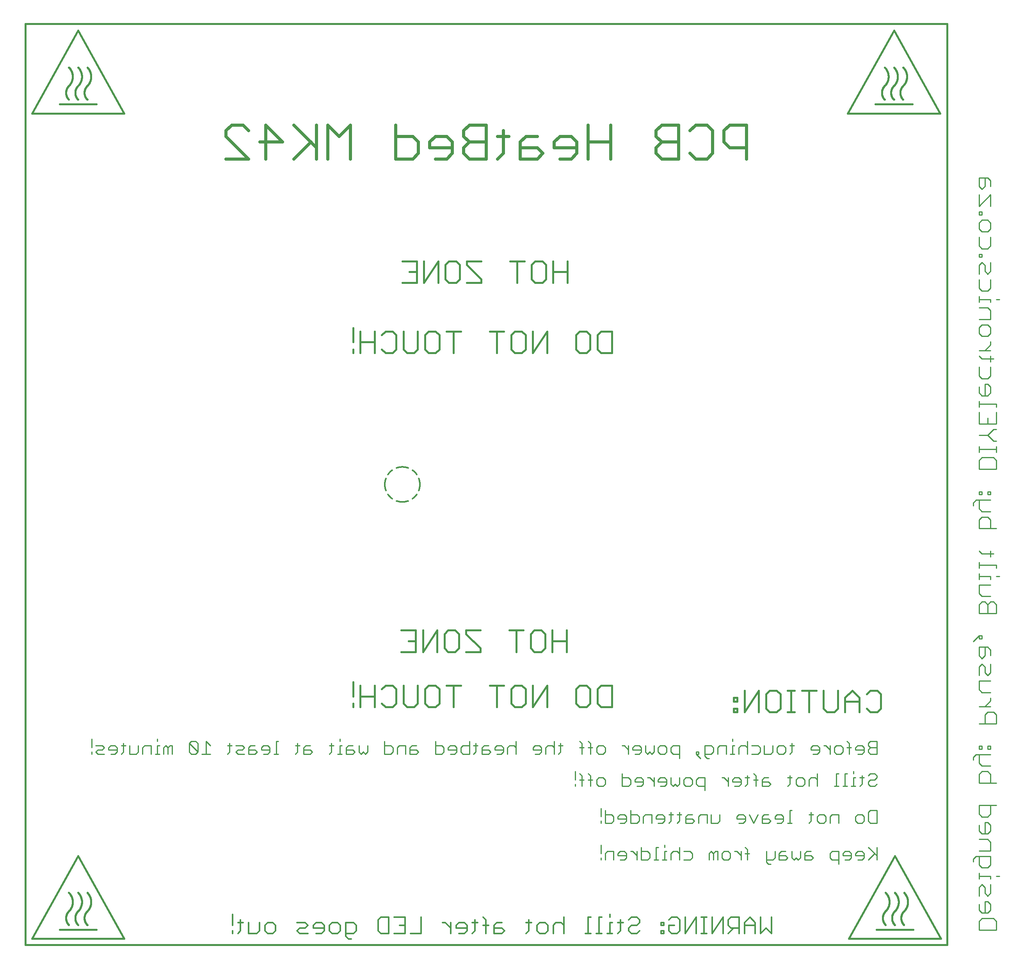
<source format=gbo>
G75*
%MOIN*%
%OFA0B0*%
%FSLAX25Y25*%
%IPPOS*%
%LPD*%
%AMOC8*
5,1,8,0,0,1.08239X$1,22.5*
%
%ADD10C,0.01600*%
%ADD11C,0.01200*%
%ADD12C,0.00900*%
%ADD13C,0.02500*%
%ADD14C,0.01181*%
D10*
X0155115Y0094760D02*
X0155115Y0882161D01*
X0942516Y0882161D01*
X0942516Y0094760D01*
X0155115Y0094760D01*
X0160767Y0100096D02*
X0200137Y0170962D01*
X0239507Y0100096D01*
X0160767Y0100096D01*
X0184389Y0107970D02*
X0215885Y0107970D01*
X0208011Y0111907D02*
X0207870Y0112052D01*
X0207733Y0112199D01*
X0207599Y0112351D01*
X0207469Y0112505D01*
X0207342Y0112662D01*
X0207220Y0112823D01*
X0207101Y0112986D01*
X0206987Y0113152D01*
X0206876Y0113321D01*
X0206770Y0113492D01*
X0206667Y0113666D01*
X0206569Y0113843D01*
X0206475Y0114021D01*
X0206386Y0114202D01*
X0206301Y0114385D01*
X0206220Y0114570D01*
X0206144Y0114757D01*
X0206073Y0114946D01*
X0206006Y0115136D01*
X0205943Y0115328D01*
X0205885Y0115522D01*
X0205832Y0115716D01*
X0205784Y0115912D01*
X0205741Y0116109D01*
X0205702Y0116308D01*
X0205668Y0116506D01*
X0205639Y0116706D01*
X0205614Y0116907D01*
X0205595Y0117107D01*
X0205580Y0117309D01*
X0205570Y0117510D01*
X0205566Y0117712D01*
X0205566Y0117914D01*
X0205570Y0118116D01*
X0205580Y0118317D01*
X0205595Y0118519D01*
X0205614Y0118719D01*
X0205639Y0118920D01*
X0205668Y0119120D01*
X0205702Y0119318D01*
X0205741Y0119517D01*
X0205784Y0119714D01*
X0205832Y0119910D01*
X0205885Y0120104D01*
X0205943Y0120298D01*
X0206006Y0120490D01*
X0206073Y0120680D01*
X0206144Y0120869D01*
X0206220Y0121056D01*
X0206301Y0121241D01*
X0206386Y0121424D01*
X0206475Y0121605D01*
X0206569Y0121783D01*
X0206667Y0121960D01*
X0206770Y0122134D01*
X0206876Y0122305D01*
X0206987Y0122474D01*
X0207101Y0122640D01*
X0207220Y0122803D01*
X0207342Y0122964D01*
X0207469Y0123121D01*
X0207599Y0123275D01*
X0207733Y0123427D01*
X0207870Y0123574D01*
X0208011Y0123719D01*
X0200137Y0123719D02*
X0199996Y0123574D01*
X0199859Y0123427D01*
X0199725Y0123275D01*
X0199595Y0123121D01*
X0199468Y0122964D01*
X0199346Y0122803D01*
X0199227Y0122640D01*
X0199113Y0122474D01*
X0199002Y0122305D01*
X0198896Y0122134D01*
X0198793Y0121960D01*
X0198695Y0121783D01*
X0198601Y0121605D01*
X0198512Y0121424D01*
X0198427Y0121241D01*
X0198346Y0121056D01*
X0198270Y0120869D01*
X0198199Y0120680D01*
X0198132Y0120490D01*
X0198069Y0120298D01*
X0198011Y0120104D01*
X0197958Y0119910D01*
X0197910Y0119714D01*
X0197867Y0119517D01*
X0197828Y0119318D01*
X0197794Y0119120D01*
X0197765Y0118920D01*
X0197740Y0118719D01*
X0197721Y0118519D01*
X0197706Y0118317D01*
X0197696Y0118116D01*
X0197692Y0117914D01*
X0197692Y0117712D01*
X0197696Y0117510D01*
X0197706Y0117309D01*
X0197721Y0117107D01*
X0197740Y0116907D01*
X0197765Y0116706D01*
X0197794Y0116506D01*
X0197828Y0116308D01*
X0197867Y0116109D01*
X0197910Y0115912D01*
X0197958Y0115716D01*
X0198011Y0115522D01*
X0198069Y0115328D01*
X0198132Y0115136D01*
X0198199Y0114946D01*
X0198270Y0114757D01*
X0198346Y0114570D01*
X0198427Y0114385D01*
X0198512Y0114202D01*
X0198601Y0114021D01*
X0198695Y0113843D01*
X0198793Y0113666D01*
X0198896Y0113492D01*
X0199002Y0113321D01*
X0199113Y0113152D01*
X0199227Y0112986D01*
X0199346Y0112823D01*
X0199468Y0112662D01*
X0199595Y0112505D01*
X0199725Y0112351D01*
X0199859Y0112199D01*
X0199996Y0112052D01*
X0200137Y0111907D01*
X0192263Y0111907D02*
X0192122Y0112052D01*
X0191985Y0112199D01*
X0191851Y0112351D01*
X0191721Y0112505D01*
X0191594Y0112662D01*
X0191472Y0112823D01*
X0191353Y0112986D01*
X0191239Y0113152D01*
X0191128Y0113321D01*
X0191022Y0113492D01*
X0190919Y0113666D01*
X0190821Y0113843D01*
X0190727Y0114021D01*
X0190638Y0114202D01*
X0190553Y0114385D01*
X0190472Y0114570D01*
X0190396Y0114757D01*
X0190325Y0114946D01*
X0190258Y0115136D01*
X0190195Y0115328D01*
X0190137Y0115522D01*
X0190084Y0115716D01*
X0190036Y0115912D01*
X0189993Y0116109D01*
X0189954Y0116308D01*
X0189920Y0116506D01*
X0189891Y0116706D01*
X0189866Y0116907D01*
X0189847Y0117107D01*
X0189832Y0117309D01*
X0189822Y0117510D01*
X0189818Y0117712D01*
X0189818Y0117914D01*
X0189822Y0118116D01*
X0189832Y0118317D01*
X0189847Y0118519D01*
X0189866Y0118719D01*
X0189891Y0118920D01*
X0189920Y0119120D01*
X0189954Y0119318D01*
X0189993Y0119517D01*
X0190036Y0119714D01*
X0190084Y0119910D01*
X0190137Y0120104D01*
X0190195Y0120298D01*
X0190258Y0120490D01*
X0190325Y0120680D01*
X0190396Y0120869D01*
X0190472Y0121056D01*
X0190553Y0121241D01*
X0190638Y0121424D01*
X0190727Y0121605D01*
X0190821Y0121783D01*
X0190919Y0121960D01*
X0191022Y0122134D01*
X0191128Y0122305D01*
X0191239Y0122474D01*
X0191353Y0122640D01*
X0191472Y0122803D01*
X0191594Y0122964D01*
X0191721Y0123121D01*
X0191851Y0123275D01*
X0191985Y0123427D01*
X0192122Y0123574D01*
X0192263Y0123719D01*
X0200137Y0123718D02*
X0200325Y0123910D01*
X0200509Y0124107D01*
X0200687Y0124309D01*
X0200861Y0124514D01*
X0201029Y0124724D01*
X0201192Y0124938D01*
X0201351Y0125156D01*
X0201504Y0125377D01*
X0201651Y0125602D01*
X0201793Y0125831D01*
X0201929Y0126063D01*
X0202060Y0126298D01*
X0202185Y0126536D01*
X0202305Y0126778D01*
X0202418Y0127022D01*
X0202525Y0127268D01*
X0202627Y0127518D01*
X0202722Y0127769D01*
X0202812Y0128023D01*
X0202895Y0128279D01*
X0202972Y0128537D01*
X0203042Y0128797D01*
X0203107Y0129058D01*
X0203165Y0129321D01*
X0203217Y0129585D01*
X0203262Y0129850D01*
X0203301Y0130116D01*
X0203333Y0130383D01*
X0203359Y0130651D01*
X0203379Y0130920D01*
X0203392Y0131188D01*
X0203398Y0131457D01*
X0203398Y0131727D01*
X0203392Y0131996D01*
X0203379Y0132264D01*
X0203359Y0132533D01*
X0203333Y0132801D01*
X0203301Y0133068D01*
X0203262Y0133334D01*
X0203217Y0133599D01*
X0203165Y0133863D01*
X0203107Y0134126D01*
X0203042Y0134387D01*
X0202972Y0134647D01*
X0202895Y0134905D01*
X0202812Y0135161D01*
X0202722Y0135415D01*
X0202627Y0135666D01*
X0202525Y0135916D01*
X0202418Y0136162D01*
X0202305Y0136406D01*
X0202185Y0136648D01*
X0202060Y0136886D01*
X0201929Y0137121D01*
X0201793Y0137353D01*
X0201651Y0137582D01*
X0201504Y0137807D01*
X0201351Y0138028D01*
X0201192Y0138246D01*
X0201029Y0138460D01*
X0200861Y0138670D01*
X0200687Y0138875D01*
X0200509Y0139077D01*
X0200325Y0139274D01*
X0200137Y0139466D01*
X0208011Y0139466D02*
X0208199Y0139274D01*
X0208383Y0139077D01*
X0208561Y0138875D01*
X0208735Y0138670D01*
X0208903Y0138460D01*
X0209066Y0138246D01*
X0209225Y0138028D01*
X0209378Y0137807D01*
X0209525Y0137582D01*
X0209667Y0137353D01*
X0209803Y0137121D01*
X0209934Y0136886D01*
X0210059Y0136648D01*
X0210179Y0136406D01*
X0210292Y0136162D01*
X0210399Y0135916D01*
X0210501Y0135666D01*
X0210596Y0135415D01*
X0210686Y0135161D01*
X0210769Y0134905D01*
X0210846Y0134647D01*
X0210916Y0134387D01*
X0210981Y0134126D01*
X0211039Y0133863D01*
X0211091Y0133599D01*
X0211136Y0133334D01*
X0211175Y0133068D01*
X0211207Y0132801D01*
X0211233Y0132533D01*
X0211253Y0132264D01*
X0211266Y0131996D01*
X0211272Y0131727D01*
X0211272Y0131457D01*
X0211266Y0131188D01*
X0211253Y0130920D01*
X0211233Y0130651D01*
X0211207Y0130383D01*
X0211175Y0130116D01*
X0211136Y0129850D01*
X0211091Y0129585D01*
X0211039Y0129321D01*
X0210981Y0129058D01*
X0210916Y0128797D01*
X0210846Y0128537D01*
X0210769Y0128279D01*
X0210686Y0128023D01*
X0210596Y0127769D01*
X0210501Y0127518D01*
X0210399Y0127268D01*
X0210292Y0127022D01*
X0210179Y0126778D01*
X0210059Y0126536D01*
X0209934Y0126298D01*
X0209803Y0126063D01*
X0209667Y0125831D01*
X0209525Y0125602D01*
X0209378Y0125377D01*
X0209225Y0125156D01*
X0209066Y0124938D01*
X0208903Y0124724D01*
X0208735Y0124514D01*
X0208561Y0124309D01*
X0208383Y0124107D01*
X0208199Y0123910D01*
X0208011Y0123718D01*
X0192263Y0123718D02*
X0192451Y0123910D01*
X0192635Y0124107D01*
X0192813Y0124309D01*
X0192987Y0124514D01*
X0193155Y0124724D01*
X0193318Y0124938D01*
X0193477Y0125156D01*
X0193630Y0125377D01*
X0193777Y0125602D01*
X0193919Y0125831D01*
X0194055Y0126063D01*
X0194186Y0126298D01*
X0194311Y0126536D01*
X0194431Y0126778D01*
X0194544Y0127022D01*
X0194651Y0127268D01*
X0194753Y0127518D01*
X0194848Y0127769D01*
X0194938Y0128023D01*
X0195021Y0128279D01*
X0195098Y0128537D01*
X0195168Y0128797D01*
X0195233Y0129058D01*
X0195291Y0129321D01*
X0195343Y0129585D01*
X0195388Y0129850D01*
X0195427Y0130116D01*
X0195459Y0130383D01*
X0195485Y0130651D01*
X0195505Y0130920D01*
X0195518Y0131188D01*
X0195524Y0131457D01*
X0195524Y0131727D01*
X0195518Y0131996D01*
X0195505Y0132264D01*
X0195485Y0132533D01*
X0195459Y0132801D01*
X0195427Y0133068D01*
X0195388Y0133334D01*
X0195343Y0133599D01*
X0195291Y0133863D01*
X0195233Y0134126D01*
X0195168Y0134387D01*
X0195098Y0134647D01*
X0195021Y0134905D01*
X0194938Y0135161D01*
X0194848Y0135415D01*
X0194753Y0135666D01*
X0194651Y0135916D01*
X0194544Y0136162D01*
X0194431Y0136406D01*
X0194311Y0136648D01*
X0194186Y0136886D01*
X0194055Y0137121D01*
X0193919Y0137353D01*
X0193777Y0137582D01*
X0193630Y0137807D01*
X0193477Y0138028D01*
X0193318Y0138246D01*
X0193155Y0138460D01*
X0192987Y0138670D01*
X0192813Y0138875D01*
X0192635Y0139077D01*
X0192451Y0139274D01*
X0192263Y0139466D01*
X0435041Y0298140D02*
X0435041Y0301210D01*
X0435041Y0307348D02*
X0435041Y0319625D01*
X0441180Y0316556D02*
X0441180Y0298140D01*
X0441180Y0307348D02*
X0453457Y0307348D01*
X0459596Y0301210D02*
X0462665Y0298140D01*
X0468803Y0298140D01*
X0471873Y0301210D01*
X0471873Y0313487D01*
X0468803Y0316556D01*
X0462665Y0316556D01*
X0459596Y0313487D01*
X0453457Y0316556D02*
X0453457Y0298140D01*
X0478011Y0301210D02*
X0478011Y0316556D01*
X0490288Y0316556D02*
X0490288Y0301210D01*
X0487219Y0298140D01*
X0481081Y0298140D01*
X0478011Y0301210D01*
X0496427Y0301210D02*
X0496427Y0313487D01*
X0499496Y0316556D01*
X0505635Y0316556D01*
X0508704Y0313487D01*
X0508704Y0301210D01*
X0505635Y0298140D01*
X0499496Y0298140D01*
X0496427Y0301210D01*
X0514843Y0316556D02*
X0527120Y0316556D01*
X0520981Y0316556D02*
X0520981Y0298140D01*
X0551674Y0316556D02*
X0563951Y0316556D01*
X0557813Y0316556D02*
X0557813Y0298140D01*
X0570090Y0301210D02*
X0570090Y0313487D01*
X0573159Y0316556D01*
X0579298Y0316556D01*
X0582367Y0313487D01*
X0582367Y0301210D01*
X0579298Y0298140D01*
X0573159Y0298140D01*
X0570090Y0301210D01*
X0588506Y0298140D02*
X0588506Y0316556D01*
X0600783Y0316556D02*
X0588506Y0298140D01*
X0600783Y0298140D02*
X0600783Y0316556D01*
X0625337Y0313487D02*
X0625337Y0301210D01*
X0628406Y0298140D01*
X0634545Y0298140D01*
X0637614Y0301210D01*
X0637614Y0313487D01*
X0634545Y0316556D01*
X0628406Y0316556D01*
X0625337Y0313487D01*
X0643753Y0313487D02*
X0643753Y0301210D01*
X0646822Y0298140D01*
X0656030Y0298140D01*
X0656030Y0316556D01*
X0646822Y0316556D01*
X0643753Y0313487D01*
X0617447Y0345384D02*
X0617447Y0363800D01*
X0617447Y0354592D02*
X0605170Y0354592D01*
X0599032Y0348454D02*
X0595962Y0345384D01*
X0589824Y0345384D01*
X0586755Y0348454D01*
X0586755Y0360731D01*
X0589824Y0363800D01*
X0595962Y0363800D01*
X0599032Y0360731D01*
X0599032Y0348454D01*
X0605170Y0345384D02*
X0605170Y0363800D01*
X0580616Y0363800D02*
X0568339Y0363800D01*
X0574477Y0363800D02*
X0574477Y0345384D01*
X0543784Y0345384D02*
X0531507Y0345384D01*
X0525369Y0348454D02*
X0522299Y0345384D01*
X0516161Y0345384D01*
X0513092Y0348454D01*
X0513092Y0360731D01*
X0516161Y0363800D01*
X0522299Y0363800D01*
X0525369Y0360731D01*
X0525369Y0348454D01*
X0531507Y0360731D02*
X0543784Y0348454D01*
X0543784Y0345384D01*
X0543784Y0363800D02*
X0531507Y0363800D01*
X0531507Y0360731D01*
X0506953Y0363800D02*
X0506953Y0345384D01*
X0494676Y0345384D02*
X0494676Y0363800D01*
X0488537Y0363800D02*
X0488537Y0345384D01*
X0476260Y0345384D01*
X0482399Y0354592D02*
X0488537Y0354592D01*
X0488537Y0363800D02*
X0476260Y0363800D01*
X0494676Y0345384D02*
X0506953Y0363800D01*
X0505635Y0600896D02*
X0499496Y0600896D01*
X0496427Y0603966D01*
X0496427Y0616243D01*
X0499496Y0619312D01*
X0505635Y0619312D01*
X0508704Y0616243D01*
X0508704Y0603966D01*
X0505635Y0600896D01*
X0520981Y0600896D02*
X0520981Y0619312D01*
X0514843Y0619312D02*
X0527120Y0619312D01*
X0551674Y0619312D02*
X0563951Y0619312D01*
X0557813Y0619312D02*
X0557813Y0600896D01*
X0570090Y0603966D02*
X0570090Y0616243D01*
X0573159Y0619312D01*
X0579298Y0619312D01*
X0582367Y0616243D01*
X0582367Y0603966D01*
X0579298Y0600896D01*
X0573159Y0600896D01*
X0570090Y0603966D01*
X0588506Y0600896D02*
X0588506Y0619312D01*
X0600783Y0619312D02*
X0588506Y0600896D01*
X0600783Y0600896D02*
X0600783Y0619312D01*
X0625337Y0616243D02*
X0625337Y0603966D01*
X0628406Y0600896D01*
X0634545Y0600896D01*
X0637614Y0603966D01*
X0637614Y0616243D01*
X0634545Y0619312D01*
X0628406Y0619312D01*
X0625337Y0616243D01*
X0643753Y0616243D02*
X0643753Y0603966D01*
X0646822Y0600896D01*
X0656030Y0600896D01*
X0656030Y0619312D01*
X0646822Y0619312D01*
X0643753Y0616243D01*
X0618235Y0660914D02*
X0618235Y0679330D01*
X0618235Y0670122D02*
X0605958Y0670122D01*
X0599819Y0663983D02*
X0596750Y0660914D01*
X0590611Y0660914D01*
X0587542Y0663983D01*
X0587542Y0676261D01*
X0590611Y0679330D01*
X0596750Y0679330D01*
X0599819Y0676261D01*
X0599819Y0663983D01*
X0605958Y0660914D02*
X0605958Y0679330D01*
X0581403Y0679330D02*
X0569126Y0679330D01*
X0575265Y0679330D02*
X0575265Y0660914D01*
X0544572Y0660914D02*
X0532295Y0660914D01*
X0526156Y0663983D02*
X0523087Y0660914D01*
X0516948Y0660914D01*
X0513879Y0663983D01*
X0513879Y0676261D01*
X0516948Y0679330D01*
X0523087Y0679330D01*
X0526156Y0676261D01*
X0526156Y0663983D01*
X0532295Y0676261D02*
X0544572Y0663983D01*
X0544572Y0660914D01*
X0544572Y0679330D02*
X0532295Y0679330D01*
X0532295Y0676261D01*
X0507740Y0679330D02*
X0507740Y0660914D01*
X0495463Y0660914D02*
X0495463Y0679330D01*
X0489325Y0679330D02*
X0489325Y0660914D01*
X0477047Y0660914D01*
X0483186Y0670122D02*
X0489325Y0670122D01*
X0489325Y0679330D02*
X0477047Y0679330D01*
X0495463Y0660914D02*
X0507740Y0679330D01*
X0490288Y0619312D02*
X0490288Y0603966D01*
X0487219Y0600896D01*
X0481081Y0600896D01*
X0478011Y0603966D01*
X0478011Y0619312D01*
X0471873Y0616243D02*
X0471873Y0603966D01*
X0468803Y0600896D01*
X0462665Y0600896D01*
X0459596Y0603966D01*
X0453457Y0600896D02*
X0453457Y0619312D01*
X0459596Y0616243D02*
X0462665Y0619312D01*
X0468803Y0619312D01*
X0471873Y0616243D01*
X0453457Y0610104D02*
X0441180Y0610104D01*
X0435041Y0610104D02*
X0435041Y0622381D01*
X0441180Y0619312D02*
X0441180Y0600896D01*
X0435041Y0600896D02*
X0435041Y0603966D01*
X0239507Y0805608D02*
X0200137Y0876474D01*
X0160767Y0805608D01*
X0239507Y0805608D01*
X0215885Y0813482D02*
X0184389Y0813482D01*
X0192263Y0817419D02*
X0192122Y0817564D01*
X0191985Y0817711D01*
X0191851Y0817863D01*
X0191721Y0818017D01*
X0191594Y0818174D01*
X0191472Y0818335D01*
X0191353Y0818498D01*
X0191239Y0818664D01*
X0191128Y0818833D01*
X0191022Y0819004D01*
X0190919Y0819178D01*
X0190821Y0819355D01*
X0190727Y0819533D01*
X0190638Y0819714D01*
X0190553Y0819897D01*
X0190472Y0820082D01*
X0190396Y0820269D01*
X0190325Y0820458D01*
X0190258Y0820648D01*
X0190195Y0820840D01*
X0190137Y0821034D01*
X0190084Y0821228D01*
X0190036Y0821424D01*
X0189993Y0821621D01*
X0189954Y0821820D01*
X0189920Y0822018D01*
X0189891Y0822218D01*
X0189866Y0822419D01*
X0189847Y0822619D01*
X0189832Y0822821D01*
X0189822Y0823022D01*
X0189818Y0823224D01*
X0189818Y0823426D01*
X0189822Y0823628D01*
X0189832Y0823829D01*
X0189847Y0824031D01*
X0189866Y0824231D01*
X0189891Y0824432D01*
X0189920Y0824632D01*
X0189954Y0824830D01*
X0189993Y0825029D01*
X0190036Y0825226D01*
X0190084Y0825422D01*
X0190137Y0825616D01*
X0190195Y0825810D01*
X0190258Y0826002D01*
X0190325Y0826192D01*
X0190396Y0826381D01*
X0190472Y0826568D01*
X0190553Y0826753D01*
X0190638Y0826936D01*
X0190727Y0827117D01*
X0190821Y0827295D01*
X0190919Y0827472D01*
X0191022Y0827646D01*
X0191128Y0827817D01*
X0191239Y0827986D01*
X0191353Y0828152D01*
X0191472Y0828315D01*
X0191594Y0828476D01*
X0191721Y0828633D01*
X0191851Y0828787D01*
X0191985Y0828939D01*
X0192122Y0829086D01*
X0192263Y0829231D01*
X0200137Y0829230D02*
X0200325Y0829422D01*
X0200509Y0829619D01*
X0200687Y0829821D01*
X0200861Y0830026D01*
X0201029Y0830236D01*
X0201192Y0830450D01*
X0201351Y0830668D01*
X0201504Y0830889D01*
X0201651Y0831114D01*
X0201793Y0831343D01*
X0201929Y0831575D01*
X0202060Y0831810D01*
X0202185Y0832048D01*
X0202305Y0832290D01*
X0202418Y0832534D01*
X0202525Y0832780D01*
X0202627Y0833030D01*
X0202722Y0833281D01*
X0202812Y0833535D01*
X0202895Y0833791D01*
X0202972Y0834049D01*
X0203042Y0834309D01*
X0203107Y0834570D01*
X0203165Y0834833D01*
X0203217Y0835097D01*
X0203262Y0835362D01*
X0203301Y0835628D01*
X0203333Y0835895D01*
X0203359Y0836163D01*
X0203379Y0836432D01*
X0203392Y0836700D01*
X0203398Y0836969D01*
X0203398Y0837239D01*
X0203392Y0837508D01*
X0203379Y0837776D01*
X0203359Y0838045D01*
X0203333Y0838313D01*
X0203301Y0838580D01*
X0203262Y0838846D01*
X0203217Y0839111D01*
X0203165Y0839375D01*
X0203107Y0839638D01*
X0203042Y0839899D01*
X0202972Y0840159D01*
X0202895Y0840417D01*
X0202812Y0840673D01*
X0202722Y0840927D01*
X0202627Y0841178D01*
X0202525Y0841428D01*
X0202418Y0841674D01*
X0202305Y0841918D01*
X0202185Y0842160D01*
X0202060Y0842398D01*
X0201929Y0842633D01*
X0201793Y0842865D01*
X0201651Y0843094D01*
X0201504Y0843319D01*
X0201351Y0843540D01*
X0201192Y0843758D01*
X0201029Y0843972D01*
X0200861Y0844182D01*
X0200687Y0844387D01*
X0200509Y0844589D01*
X0200325Y0844786D01*
X0200137Y0844978D01*
X0208011Y0844978D02*
X0208199Y0844786D01*
X0208383Y0844589D01*
X0208561Y0844387D01*
X0208735Y0844182D01*
X0208903Y0843972D01*
X0209066Y0843758D01*
X0209225Y0843540D01*
X0209378Y0843319D01*
X0209525Y0843094D01*
X0209667Y0842865D01*
X0209803Y0842633D01*
X0209934Y0842398D01*
X0210059Y0842160D01*
X0210179Y0841918D01*
X0210292Y0841674D01*
X0210399Y0841428D01*
X0210501Y0841178D01*
X0210596Y0840927D01*
X0210686Y0840673D01*
X0210769Y0840417D01*
X0210846Y0840159D01*
X0210916Y0839899D01*
X0210981Y0839638D01*
X0211039Y0839375D01*
X0211091Y0839111D01*
X0211136Y0838846D01*
X0211175Y0838580D01*
X0211207Y0838313D01*
X0211233Y0838045D01*
X0211253Y0837776D01*
X0211266Y0837508D01*
X0211272Y0837239D01*
X0211272Y0836969D01*
X0211266Y0836700D01*
X0211253Y0836432D01*
X0211233Y0836163D01*
X0211207Y0835895D01*
X0211175Y0835628D01*
X0211136Y0835362D01*
X0211091Y0835097D01*
X0211039Y0834833D01*
X0210981Y0834570D01*
X0210916Y0834309D01*
X0210846Y0834049D01*
X0210769Y0833791D01*
X0210686Y0833535D01*
X0210596Y0833281D01*
X0210501Y0833030D01*
X0210399Y0832780D01*
X0210292Y0832534D01*
X0210179Y0832290D01*
X0210059Y0832048D01*
X0209934Y0831810D01*
X0209803Y0831575D01*
X0209667Y0831343D01*
X0209525Y0831114D01*
X0209378Y0830889D01*
X0209225Y0830668D01*
X0209066Y0830450D01*
X0208903Y0830236D01*
X0208735Y0830026D01*
X0208561Y0829821D01*
X0208383Y0829619D01*
X0208199Y0829422D01*
X0208011Y0829230D01*
X0200137Y0829231D02*
X0199996Y0829086D01*
X0199859Y0828939D01*
X0199725Y0828787D01*
X0199595Y0828633D01*
X0199468Y0828476D01*
X0199346Y0828315D01*
X0199227Y0828152D01*
X0199113Y0827986D01*
X0199002Y0827817D01*
X0198896Y0827646D01*
X0198793Y0827472D01*
X0198695Y0827295D01*
X0198601Y0827117D01*
X0198512Y0826936D01*
X0198427Y0826753D01*
X0198346Y0826568D01*
X0198270Y0826381D01*
X0198199Y0826192D01*
X0198132Y0826002D01*
X0198069Y0825810D01*
X0198011Y0825616D01*
X0197958Y0825422D01*
X0197910Y0825226D01*
X0197867Y0825029D01*
X0197828Y0824830D01*
X0197794Y0824632D01*
X0197765Y0824432D01*
X0197740Y0824231D01*
X0197721Y0824031D01*
X0197706Y0823829D01*
X0197696Y0823628D01*
X0197692Y0823426D01*
X0197692Y0823224D01*
X0197696Y0823022D01*
X0197706Y0822821D01*
X0197721Y0822619D01*
X0197740Y0822419D01*
X0197765Y0822218D01*
X0197794Y0822018D01*
X0197828Y0821820D01*
X0197867Y0821621D01*
X0197910Y0821424D01*
X0197958Y0821228D01*
X0198011Y0821034D01*
X0198069Y0820840D01*
X0198132Y0820648D01*
X0198199Y0820458D01*
X0198270Y0820269D01*
X0198346Y0820082D01*
X0198427Y0819897D01*
X0198512Y0819714D01*
X0198601Y0819533D01*
X0198695Y0819355D01*
X0198793Y0819178D01*
X0198896Y0819004D01*
X0199002Y0818833D01*
X0199113Y0818664D01*
X0199227Y0818498D01*
X0199346Y0818335D01*
X0199468Y0818174D01*
X0199595Y0818017D01*
X0199725Y0817863D01*
X0199859Y0817711D01*
X0199996Y0817564D01*
X0200137Y0817419D01*
X0208011Y0817419D02*
X0207870Y0817564D01*
X0207733Y0817711D01*
X0207599Y0817863D01*
X0207469Y0818017D01*
X0207342Y0818174D01*
X0207220Y0818335D01*
X0207101Y0818498D01*
X0206987Y0818664D01*
X0206876Y0818833D01*
X0206770Y0819004D01*
X0206667Y0819178D01*
X0206569Y0819355D01*
X0206475Y0819533D01*
X0206386Y0819714D01*
X0206301Y0819897D01*
X0206220Y0820082D01*
X0206144Y0820269D01*
X0206073Y0820458D01*
X0206006Y0820648D01*
X0205943Y0820840D01*
X0205885Y0821034D01*
X0205832Y0821228D01*
X0205784Y0821424D01*
X0205741Y0821621D01*
X0205702Y0821820D01*
X0205668Y0822018D01*
X0205639Y0822218D01*
X0205614Y0822419D01*
X0205595Y0822619D01*
X0205580Y0822821D01*
X0205570Y0823022D01*
X0205566Y0823224D01*
X0205566Y0823426D01*
X0205570Y0823628D01*
X0205580Y0823829D01*
X0205595Y0824031D01*
X0205614Y0824231D01*
X0205639Y0824432D01*
X0205668Y0824632D01*
X0205702Y0824830D01*
X0205741Y0825029D01*
X0205784Y0825226D01*
X0205832Y0825422D01*
X0205885Y0825616D01*
X0205943Y0825810D01*
X0206006Y0826002D01*
X0206073Y0826192D01*
X0206144Y0826381D01*
X0206220Y0826568D01*
X0206301Y0826753D01*
X0206386Y0826936D01*
X0206475Y0827117D01*
X0206569Y0827295D01*
X0206667Y0827472D01*
X0206770Y0827646D01*
X0206876Y0827817D01*
X0206987Y0827986D01*
X0207101Y0828152D01*
X0207220Y0828315D01*
X0207342Y0828476D01*
X0207469Y0828633D01*
X0207599Y0828787D01*
X0207733Y0828939D01*
X0207870Y0829086D01*
X0208011Y0829231D01*
X0192263Y0829230D02*
X0192451Y0829422D01*
X0192635Y0829619D01*
X0192813Y0829821D01*
X0192987Y0830026D01*
X0193155Y0830236D01*
X0193318Y0830450D01*
X0193477Y0830668D01*
X0193630Y0830889D01*
X0193777Y0831114D01*
X0193919Y0831343D01*
X0194055Y0831575D01*
X0194186Y0831810D01*
X0194311Y0832048D01*
X0194431Y0832290D01*
X0194544Y0832534D01*
X0194651Y0832780D01*
X0194753Y0833030D01*
X0194848Y0833281D01*
X0194938Y0833535D01*
X0195021Y0833791D01*
X0195098Y0834049D01*
X0195168Y0834309D01*
X0195233Y0834570D01*
X0195291Y0834833D01*
X0195343Y0835097D01*
X0195388Y0835362D01*
X0195427Y0835628D01*
X0195459Y0835895D01*
X0195485Y0836163D01*
X0195505Y0836432D01*
X0195518Y0836700D01*
X0195524Y0836969D01*
X0195524Y0837239D01*
X0195518Y0837508D01*
X0195505Y0837776D01*
X0195485Y0838045D01*
X0195459Y0838313D01*
X0195427Y0838580D01*
X0195388Y0838846D01*
X0195343Y0839111D01*
X0195291Y0839375D01*
X0195233Y0839638D01*
X0195168Y0839899D01*
X0195098Y0840159D01*
X0195021Y0840417D01*
X0194938Y0840673D01*
X0194848Y0840927D01*
X0194753Y0841178D01*
X0194651Y0841428D01*
X0194544Y0841674D01*
X0194431Y0841918D01*
X0194311Y0842160D01*
X0194186Y0842398D01*
X0194055Y0842633D01*
X0193919Y0842865D01*
X0193777Y0843094D01*
X0193630Y0843319D01*
X0193477Y0843540D01*
X0193318Y0843758D01*
X0193155Y0843972D01*
X0192987Y0844182D01*
X0192813Y0844387D01*
X0192635Y0844589D01*
X0192451Y0844786D01*
X0192263Y0844978D01*
X0760110Y0306087D02*
X0760110Y0303017D01*
X0763180Y0303017D01*
X0763180Y0306087D01*
X0760110Y0306087D01*
X0760110Y0296879D02*
X0760110Y0293810D01*
X0763180Y0293810D01*
X0763180Y0296879D01*
X0760110Y0296879D01*
X0769318Y0293810D02*
X0769318Y0312225D01*
X0781595Y0312225D02*
X0769318Y0293810D01*
X0781595Y0293810D02*
X0781595Y0312225D01*
X0787734Y0309156D02*
X0790803Y0312225D01*
X0796942Y0312225D01*
X0800011Y0309156D01*
X0800011Y0296879D01*
X0796942Y0293810D01*
X0790803Y0293810D01*
X0787734Y0296879D01*
X0787734Y0309156D01*
X0806150Y0312225D02*
X0812288Y0312225D01*
X0809219Y0312225D02*
X0809219Y0293810D01*
X0812288Y0293810D02*
X0806150Y0293810D01*
X0824566Y0293810D02*
X0824566Y0312225D01*
X0830704Y0312225D02*
X0818427Y0312225D01*
X0836843Y0312225D02*
X0836843Y0296879D01*
X0839912Y0293810D01*
X0846051Y0293810D01*
X0849120Y0296879D01*
X0849120Y0312225D01*
X0855258Y0306087D02*
X0855258Y0293810D01*
X0855258Y0303017D02*
X0867536Y0303017D01*
X0867536Y0306087D02*
X0861397Y0312225D01*
X0855258Y0306087D01*
X0867536Y0306087D02*
X0867536Y0293810D01*
X0873674Y0296879D02*
X0876743Y0293810D01*
X0882882Y0293810D01*
X0885951Y0296879D01*
X0885951Y0309156D01*
X0882882Y0312225D01*
X0876743Y0312225D01*
X0873674Y0309156D01*
X0897775Y0170962D02*
X0858405Y0100096D01*
X0937145Y0100096D01*
X0897775Y0170962D01*
X0905649Y0139466D02*
X0905837Y0139274D01*
X0906021Y0139077D01*
X0906199Y0138875D01*
X0906373Y0138670D01*
X0906541Y0138460D01*
X0906704Y0138246D01*
X0906863Y0138028D01*
X0907016Y0137807D01*
X0907163Y0137582D01*
X0907305Y0137353D01*
X0907441Y0137121D01*
X0907572Y0136886D01*
X0907697Y0136648D01*
X0907817Y0136406D01*
X0907930Y0136162D01*
X0908037Y0135916D01*
X0908139Y0135666D01*
X0908234Y0135415D01*
X0908324Y0135161D01*
X0908407Y0134905D01*
X0908484Y0134647D01*
X0908554Y0134387D01*
X0908619Y0134126D01*
X0908677Y0133863D01*
X0908729Y0133599D01*
X0908774Y0133334D01*
X0908813Y0133068D01*
X0908845Y0132801D01*
X0908871Y0132533D01*
X0908891Y0132264D01*
X0908904Y0131996D01*
X0908910Y0131727D01*
X0908910Y0131457D01*
X0908904Y0131188D01*
X0908891Y0130920D01*
X0908871Y0130651D01*
X0908845Y0130383D01*
X0908813Y0130116D01*
X0908774Y0129850D01*
X0908729Y0129585D01*
X0908677Y0129321D01*
X0908619Y0129058D01*
X0908554Y0128797D01*
X0908484Y0128537D01*
X0908407Y0128279D01*
X0908324Y0128023D01*
X0908234Y0127769D01*
X0908139Y0127518D01*
X0908037Y0127268D01*
X0907930Y0127022D01*
X0907817Y0126778D01*
X0907697Y0126536D01*
X0907572Y0126298D01*
X0907441Y0126063D01*
X0907305Y0125831D01*
X0907163Y0125602D01*
X0907016Y0125377D01*
X0906863Y0125156D01*
X0906704Y0124938D01*
X0906541Y0124724D01*
X0906373Y0124514D01*
X0906199Y0124309D01*
X0906021Y0124107D01*
X0905837Y0123910D01*
X0905649Y0123718D01*
X0897774Y0123719D02*
X0897633Y0123574D01*
X0897496Y0123427D01*
X0897362Y0123275D01*
X0897232Y0123121D01*
X0897105Y0122964D01*
X0896983Y0122803D01*
X0896864Y0122640D01*
X0896750Y0122474D01*
X0896639Y0122305D01*
X0896533Y0122134D01*
X0896430Y0121960D01*
X0896332Y0121783D01*
X0896238Y0121605D01*
X0896149Y0121424D01*
X0896064Y0121241D01*
X0895983Y0121056D01*
X0895907Y0120869D01*
X0895836Y0120680D01*
X0895769Y0120490D01*
X0895706Y0120298D01*
X0895648Y0120104D01*
X0895595Y0119910D01*
X0895547Y0119714D01*
X0895504Y0119517D01*
X0895465Y0119318D01*
X0895431Y0119120D01*
X0895402Y0118920D01*
X0895377Y0118719D01*
X0895358Y0118519D01*
X0895343Y0118317D01*
X0895333Y0118116D01*
X0895329Y0117914D01*
X0895329Y0117712D01*
X0895333Y0117510D01*
X0895343Y0117309D01*
X0895358Y0117107D01*
X0895377Y0116907D01*
X0895402Y0116706D01*
X0895431Y0116506D01*
X0895465Y0116308D01*
X0895504Y0116109D01*
X0895547Y0115912D01*
X0895595Y0115716D01*
X0895648Y0115522D01*
X0895706Y0115328D01*
X0895769Y0115136D01*
X0895836Y0114946D01*
X0895907Y0114757D01*
X0895983Y0114570D01*
X0896064Y0114385D01*
X0896149Y0114202D01*
X0896238Y0114021D01*
X0896332Y0113843D01*
X0896430Y0113666D01*
X0896533Y0113492D01*
X0896639Y0113321D01*
X0896750Y0113152D01*
X0896864Y0112986D01*
X0896983Y0112823D01*
X0897105Y0112662D01*
X0897232Y0112505D01*
X0897362Y0112351D01*
X0897496Y0112199D01*
X0897633Y0112052D01*
X0897774Y0111907D01*
X0889900Y0111907D02*
X0889759Y0112052D01*
X0889622Y0112199D01*
X0889488Y0112351D01*
X0889358Y0112505D01*
X0889231Y0112662D01*
X0889109Y0112823D01*
X0888990Y0112986D01*
X0888876Y0113152D01*
X0888765Y0113321D01*
X0888659Y0113492D01*
X0888556Y0113666D01*
X0888458Y0113843D01*
X0888364Y0114021D01*
X0888275Y0114202D01*
X0888190Y0114385D01*
X0888109Y0114570D01*
X0888033Y0114757D01*
X0887962Y0114946D01*
X0887895Y0115136D01*
X0887832Y0115328D01*
X0887774Y0115522D01*
X0887721Y0115716D01*
X0887673Y0115912D01*
X0887630Y0116109D01*
X0887591Y0116308D01*
X0887557Y0116506D01*
X0887528Y0116706D01*
X0887503Y0116907D01*
X0887484Y0117107D01*
X0887469Y0117309D01*
X0887459Y0117510D01*
X0887455Y0117712D01*
X0887455Y0117914D01*
X0887459Y0118116D01*
X0887469Y0118317D01*
X0887484Y0118519D01*
X0887503Y0118719D01*
X0887528Y0118920D01*
X0887557Y0119120D01*
X0887591Y0119318D01*
X0887630Y0119517D01*
X0887673Y0119714D01*
X0887721Y0119910D01*
X0887774Y0120104D01*
X0887832Y0120298D01*
X0887895Y0120490D01*
X0887962Y0120680D01*
X0888033Y0120869D01*
X0888109Y0121056D01*
X0888190Y0121241D01*
X0888275Y0121424D01*
X0888364Y0121605D01*
X0888458Y0121783D01*
X0888556Y0121960D01*
X0888659Y0122134D01*
X0888765Y0122305D01*
X0888876Y0122474D01*
X0888990Y0122640D01*
X0889109Y0122803D01*
X0889231Y0122964D01*
X0889358Y0123121D01*
X0889488Y0123275D01*
X0889622Y0123427D01*
X0889759Y0123574D01*
X0889900Y0123719D01*
X0897775Y0123718D02*
X0897963Y0123910D01*
X0898147Y0124107D01*
X0898325Y0124309D01*
X0898499Y0124514D01*
X0898667Y0124724D01*
X0898830Y0124938D01*
X0898989Y0125156D01*
X0899142Y0125377D01*
X0899289Y0125602D01*
X0899431Y0125831D01*
X0899567Y0126063D01*
X0899698Y0126298D01*
X0899823Y0126536D01*
X0899943Y0126778D01*
X0900056Y0127022D01*
X0900163Y0127268D01*
X0900265Y0127518D01*
X0900360Y0127769D01*
X0900450Y0128023D01*
X0900533Y0128279D01*
X0900610Y0128537D01*
X0900680Y0128797D01*
X0900745Y0129058D01*
X0900803Y0129321D01*
X0900855Y0129585D01*
X0900900Y0129850D01*
X0900939Y0130116D01*
X0900971Y0130383D01*
X0900997Y0130651D01*
X0901017Y0130920D01*
X0901030Y0131188D01*
X0901036Y0131457D01*
X0901036Y0131727D01*
X0901030Y0131996D01*
X0901017Y0132264D01*
X0900997Y0132533D01*
X0900971Y0132801D01*
X0900939Y0133068D01*
X0900900Y0133334D01*
X0900855Y0133599D01*
X0900803Y0133863D01*
X0900745Y0134126D01*
X0900680Y0134387D01*
X0900610Y0134647D01*
X0900533Y0134905D01*
X0900450Y0135161D01*
X0900360Y0135415D01*
X0900265Y0135666D01*
X0900163Y0135916D01*
X0900056Y0136162D01*
X0899943Y0136406D01*
X0899823Y0136648D01*
X0899698Y0136886D01*
X0899567Y0137121D01*
X0899431Y0137353D01*
X0899289Y0137582D01*
X0899142Y0137807D01*
X0898989Y0138028D01*
X0898830Y0138246D01*
X0898667Y0138460D01*
X0898499Y0138670D01*
X0898325Y0138875D01*
X0898147Y0139077D01*
X0897963Y0139274D01*
X0897775Y0139466D01*
X0889901Y0139466D02*
X0890089Y0139274D01*
X0890273Y0139077D01*
X0890451Y0138875D01*
X0890625Y0138670D01*
X0890793Y0138460D01*
X0890956Y0138246D01*
X0891115Y0138028D01*
X0891268Y0137807D01*
X0891415Y0137582D01*
X0891557Y0137353D01*
X0891693Y0137121D01*
X0891824Y0136886D01*
X0891949Y0136648D01*
X0892069Y0136406D01*
X0892182Y0136162D01*
X0892289Y0135916D01*
X0892391Y0135666D01*
X0892486Y0135415D01*
X0892576Y0135161D01*
X0892659Y0134905D01*
X0892736Y0134647D01*
X0892806Y0134387D01*
X0892871Y0134126D01*
X0892929Y0133863D01*
X0892981Y0133599D01*
X0893026Y0133334D01*
X0893065Y0133068D01*
X0893097Y0132801D01*
X0893123Y0132533D01*
X0893143Y0132264D01*
X0893156Y0131996D01*
X0893162Y0131727D01*
X0893162Y0131457D01*
X0893156Y0131188D01*
X0893143Y0130920D01*
X0893123Y0130651D01*
X0893097Y0130383D01*
X0893065Y0130116D01*
X0893026Y0129850D01*
X0892981Y0129585D01*
X0892929Y0129321D01*
X0892871Y0129058D01*
X0892806Y0128797D01*
X0892736Y0128537D01*
X0892659Y0128279D01*
X0892576Y0128023D01*
X0892486Y0127769D01*
X0892391Y0127518D01*
X0892289Y0127268D01*
X0892182Y0127022D01*
X0892069Y0126778D01*
X0891949Y0126536D01*
X0891824Y0126298D01*
X0891693Y0126063D01*
X0891557Y0125831D01*
X0891415Y0125602D01*
X0891268Y0125377D01*
X0891115Y0125156D01*
X0890956Y0124938D01*
X0890793Y0124724D01*
X0890625Y0124514D01*
X0890451Y0124309D01*
X0890273Y0124107D01*
X0890089Y0123910D01*
X0889901Y0123718D01*
X0882027Y0107970D02*
X0913523Y0107970D01*
X0905648Y0111907D02*
X0905507Y0112052D01*
X0905370Y0112199D01*
X0905236Y0112351D01*
X0905106Y0112505D01*
X0904979Y0112662D01*
X0904857Y0112823D01*
X0904738Y0112986D01*
X0904624Y0113152D01*
X0904513Y0113321D01*
X0904407Y0113492D01*
X0904304Y0113666D01*
X0904206Y0113843D01*
X0904112Y0114021D01*
X0904023Y0114202D01*
X0903938Y0114385D01*
X0903857Y0114570D01*
X0903781Y0114757D01*
X0903710Y0114946D01*
X0903643Y0115136D01*
X0903580Y0115328D01*
X0903522Y0115522D01*
X0903469Y0115716D01*
X0903421Y0115912D01*
X0903378Y0116109D01*
X0903339Y0116308D01*
X0903305Y0116506D01*
X0903276Y0116706D01*
X0903251Y0116907D01*
X0903232Y0117107D01*
X0903217Y0117309D01*
X0903207Y0117510D01*
X0903203Y0117712D01*
X0903203Y0117914D01*
X0903207Y0118116D01*
X0903217Y0118317D01*
X0903232Y0118519D01*
X0903251Y0118719D01*
X0903276Y0118920D01*
X0903305Y0119120D01*
X0903339Y0119318D01*
X0903378Y0119517D01*
X0903421Y0119714D01*
X0903469Y0119910D01*
X0903522Y0120104D01*
X0903580Y0120298D01*
X0903643Y0120490D01*
X0903710Y0120680D01*
X0903781Y0120869D01*
X0903857Y0121056D01*
X0903938Y0121241D01*
X0904023Y0121424D01*
X0904112Y0121605D01*
X0904206Y0121783D01*
X0904304Y0121960D01*
X0904407Y0122134D01*
X0904513Y0122305D01*
X0904624Y0122474D01*
X0904738Y0122640D01*
X0904857Y0122803D01*
X0904979Y0122964D01*
X0905106Y0123121D01*
X0905236Y0123275D01*
X0905370Y0123427D01*
X0905507Y0123574D01*
X0905648Y0123719D01*
X0936358Y0805608D02*
X0857617Y0805608D01*
X0896988Y0876474D01*
X0936358Y0805608D01*
X0912736Y0813482D02*
X0881240Y0813482D01*
X0889113Y0817419D02*
X0888972Y0817564D01*
X0888835Y0817711D01*
X0888701Y0817863D01*
X0888571Y0818017D01*
X0888444Y0818174D01*
X0888322Y0818335D01*
X0888203Y0818498D01*
X0888089Y0818664D01*
X0887978Y0818833D01*
X0887872Y0819004D01*
X0887769Y0819178D01*
X0887671Y0819355D01*
X0887577Y0819533D01*
X0887488Y0819714D01*
X0887403Y0819897D01*
X0887322Y0820082D01*
X0887246Y0820269D01*
X0887175Y0820458D01*
X0887108Y0820648D01*
X0887045Y0820840D01*
X0886987Y0821034D01*
X0886934Y0821228D01*
X0886886Y0821424D01*
X0886843Y0821621D01*
X0886804Y0821820D01*
X0886770Y0822018D01*
X0886741Y0822218D01*
X0886716Y0822419D01*
X0886697Y0822619D01*
X0886682Y0822821D01*
X0886672Y0823022D01*
X0886668Y0823224D01*
X0886668Y0823426D01*
X0886672Y0823628D01*
X0886682Y0823829D01*
X0886697Y0824031D01*
X0886716Y0824231D01*
X0886741Y0824432D01*
X0886770Y0824632D01*
X0886804Y0824830D01*
X0886843Y0825029D01*
X0886886Y0825226D01*
X0886934Y0825422D01*
X0886987Y0825616D01*
X0887045Y0825810D01*
X0887108Y0826002D01*
X0887175Y0826192D01*
X0887246Y0826381D01*
X0887322Y0826568D01*
X0887403Y0826753D01*
X0887488Y0826936D01*
X0887577Y0827117D01*
X0887671Y0827295D01*
X0887769Y0827472D01*
X0887872Y0827646D01*
X0887978Y0827817D01*
X0888089Y0827986D01*
X0888203Y0828152D01*
X0888322Y0828315D01*
X0888444Y0828476D01*
X0888571Y0828633D01*
X0888701Y0828787D01*
X0888835Y0828939D01*
X0888972Y0829086D01*
X0889113Y0829231D01*
X0896988Y0829230D02*
X0897176Y0829422D01*
X0897360Y0829619D01*
X0897538Y0829821D01*
X0897712Y0830026D01*
X0897880Y0830236D01*
X0898043Y0830450D01*
X0898202Y0830668D01*
X0898355Y0830889D01*
X0898502Y0831114D01*
X0898644Y0831343D01*
X0898780Y0831575D01*
X0898911Y0831810D01*
X0899036Y0832048D01*
X0899156Y0832290D01*
X0899269Y0832534D01*
X0899376Y0832780D01*
X0899478Y0833030D01*
X0899573Y0833281D01*
X0899663Y0833535D01*
X0899746Y0833791D01*
X0899823Y0834049D01*
X0899893Y0834309D01*
X0899958Y0834570D01*
X0900016Y0834833D01*
X0900068Y0835097D01*
X0900113Y0835362D01*
X0900152Y0835628D01*
X0900184Y0835895D01*
X0900210Y0836163D01*
X0900230Y0836432D01*
X0900243Y0836700D01*
X0900249Y0836969D01*
X0900249Y0837239D01*
X0900243Y0837508D01*
X0900230Y0837776D01*
X0900210Y0838045D01*
X0900184Y0838313D01*
X0900152Y0838580D01*
X0900113Y0838846D01*
X0900068Y0839111D01*
X0900016Y0839375D01*
X0899958Y0839638D01*
X0899893Y0839899D01*
X0899823Y0840159D01*
X0899746Y0840417D01*
X0899663Y0840673D01*
X0899573Y0840927D01*
X0899478Y0841178D01*
X0899376Y0841428D01*
X0899269Y0841674D01*
X0899156Y0841918D01*
X0899036Y0842160D01*
X0898911Y0842398D01*
X0898780Y0842633D01*
X0898644Y0842865D01*
X0898502Y0843094D01*
X0898355Y0843319D01*
X0898202Y0843540D01*
X0898043Y0843758D01*
X0897880Y0843972D01*
X0897712Y0844182D01*
X0897538Y0844387D01*
X0897360Y0844589D01*
X0897176Y0844786D01*
X0896988Y0844978D01*
X0904862Y0844978D02*
X0905050Y0844786D01*
X0905234Y0844589D01*
X0905412Y0844387D01*
X0905586Y0844182D01*
X0905754Y0843972D01*
X0905917Y0843758D01*
X0906076Y0843540D01*
X0906229Y0843319D01*
X0906376Y0843094D01*
X0906518Y0842865D01*
X0906654Y0842633D01*
X0906785Y0842398D01*
X0906910Y0842160D01*
X0907030Y0841918D01*
X0907143Y0841674D01*
X0907250Y0841428D01*
X0907352Y0841178D01*
X0907447Y0840927D01*
X0907537Y0840673D01*
X0907620Y0840417D01*
X0907697Y0840159D01*
X0907767Y0839899D01*
X0907832Y0839638D01*
X0907890Y0839375D01*
X0907942Y0839111D01*
X0907987Y0838846D01*
X0908026Y0838580D01*
X0908058Y0838313D01*
X0908084Y0838045D01*
X0908104Y0837776D01*
X0908117Y0837508D01*
X0908123Y0837239D01*
X0908123Y0836969D01*
X0908117Y0836700D01*
X0908104Y0836432D01*
X0908084Y0836163D01*
X0908058Y0835895D01*
X0908026Y0835628D01*
X0907987Y0835362D01*
X0907942Y0835097D01*
X0907890Y0834833D01*
X0907832Y0834570D01*
X0907767Y0834309D01*
X0907697Y0834049D01*
X0907620Y0833791D01*
X0907537Y0833535D01*
X0907447Y0833281D01*
X0907352Y0833030D01*
X0907250Y0832780D01*
X0907143Y0832534D01*
X0907030Y0832290D01*
X0906910Y0832048D01*
X0906785Y0831810D01*
X0906654Y0831575D01*
X0906518Y0831343D01*
X0906376Y0831114D01*
X0906229Y0830889D01*
X0906076Y0830668D01*
X0905917Y0830450D01*
X0905754Y0830236D01*
X0905586Y0830026D01*
X0905412Y0829821D01*
X0905234Y0829619D01*
X0905050Y0829422D01*
X0904862Y0829230D01*
X0896987Y0829231D02*
X0896846Y0829086D01*
X0896709Y0828939D01*
X0896575Y0828787D01*
X0896445Y0828633D01*
X0896318Y0828476D01*
X0896196Y0828315D01*
X0896077Y0828152D01*
X0895963Y0827986D01*
X0895852Y0827817D01*
X0895746Y0827646D01*
X0895643Y0827472D01*
X0895545Y0827295D01*
X0895451Y0827117D01*
X0895362Y0826936D01*
X0895277Y0826753D01*
X0895196Y0826568D01*
X0895120Y0826381D01*
X0895049Y0826192D01*
X0894982Y0826002D01*
X0894919Y0825810D01*
X0894861Y0825616D01*
X0894808Y0825422D01*
X0894760Y0825226D01*
X0894717Y0825029D01*
X0894678Y0824830D01*
X0894644Y0824632D01*
X0894615Y0824432D01*
X0894590Y0824231D01*
X0894571Y0824031D01*
X0894556Y0823829D01*
X0894546Y0823628D01*
X0894542Y0823426D01*
X0894542Y0823224D01*
X0894546Y0823022D01*
X0894556Y0822821D01*
X0894571Y0822619D01*
X0894590Y0822419D01*
X0894615Y0822218D01*
X0894644Y0822018D01*
X0894678Y0821820D01*
X0894717Y0821621D01*
X0894760Y0821424D01*
X0894808Y0821228D01*
X0894861Y0821034D01*
X0894919Y0820840D01*
X0894982Y0820648D01*
X0895049Y0820458D01*
X0895120Y0820269D01*
X0895196Y0820082D01*
X0895277Y0819897D01*
X0895362Y0819714D01*
X0895451Y0819533D01*
X0895545Y0819355D01*
X0895643Y0819178D01*
X0895746Y0819004D01*
X0895852Y0818833D01*
X0895963Y0818664D01*
X0896077Y0818498D01*
X0896196Y0818335D01*
X0896318Y0818174D01*
X0896445Y0818017D01*
X0896575Y0817863D01*
X0896709Y0817711D01*
X0896846Y0817564D01*
X0896987Y0817419D01*
X0904861Y0817419D02*
X0904720Y0817564D01*
X0904583Y0817711D01*
X0904449Y0817863D01*
X0904319Y0818017D01*
X0904192Y0818174D01*
X0904070Y0818335D01*
X0903951Y0818498D01*
X0903837Y0818664D01*
X0903726Y0818833D01*
X0903620Y0819004D01*
X0903517Y0819178D01*
X0903419Y0819355D01*
X0903325Y0819533D01*
X0903236Y0819714D01*
X0903151Y0819897D01*
X0903070Y0820082D01*
X0902994Y0820269D01*
X0902923Y0820458D01*
X0902856Y0820648D01*
X0902793Y0820840D01*
X0902735Y0821034D01*
X0902682Y0821228D01*
X0902634Y0821424D01*
X0902591Y0821621D01*
X0902552Y0821820D01*
X0902518Y0822018D01*
X0902489Y0822218D01*
X0902464Y0822419D01*
X0902445Y0822619D01*
X0902430Y0822821D01*
X0902420Y0823022D01*
X0902416Y0823224D01*
X0902416Y0823426D01*
X0902420Y0823628D01*
X0902430Y0823829D01*
X0902445Y0824031D01*
X0902464Y0824231D01*
X0902489Y0824432D01*
X0902518Y0824632D01*
X0902552Y0824830D01*
X0902591Y0825029D01*
X0902634Y0825226D01*
X0902682Y0825422D01*
X0902735Y0825616D01*
X0902793Y0825810D01*
X0902856Y0826002D01*
X0902923Y0826192D01*
X0902994Y0826381D01*
X0903070Y0826568D01*
X0903151Y0826753D01*
X0903236Y0826936D01*
X0903325Y0827117D01*
X0903419Y0827295D01*
X0903517Y0827472D01*
X0903620Y0827646D01*
X0903726Y0827817D01*
X0903837Y0827986D01*
X0903951Y0828152D01*
X0904070Y0828315D01*
X0904192Y0828476D01*
X0904319Y0828633D01*
X0904449Y0828787D01*
X0904583Y0828939D01*
X0904720Y0829086D01*
X0904861Y0829231D01*
X0889114Y0829230D02*
X0889302Y0829422D01*
X0889486Y0829619D01*
X0889664Y0829821D01*
X0889838Y0830026D01*
X0890006Y0830236D01*
X0890169Y0830450D01*
X0890328Y0830668D01*
X0890481Y0830889D01*
X0890628Y0831114D01*
X0890770Y0831343D01*
X0890906Y0831575D01*
X0891037Y0831810D01*
X0891162Y0832048D01*
X0891282Y0832290D01*
X0891395Y0832534D01*
X0891502Y0832780D01*
X0891604Y0833030D01*
X0891699Y0833281D01*
X0891789Y0833535D01*
X0891872Y0833791D01*
X0891949Y0834049D01*
X0892019Y0834309D01*
X0892084Y0834570D01*
X0892142Y0834833D01*
X0892194Y0835097D01*
X0892239Y0835362D01*
X0892278Y0835628D01*
X0892310Y0835895D01*
X0892336Y0836163D01*
X0892356Y0836432D01*
X0892369Y0836700D01*
X0892375Y0836969D01*
X0892375Y0837239D01*
X0892369Y0837508D01*
X0892356Y0837776D01*
X0892336Y0838045D01*
X0892310Y0838313D01*
X0892278Y0838580D01*
X0892239Y0838846D01*
X0892194Y0839111D01*
X0892142Y0839375D01*
X0892084Y0839638D01*
X0892019Y0839899D01*
X0891949Y0840159D01*
X0891872Y0840417D01*
X0891789Y0840673D01*
X0891699Y0840927D01*
X0891604Y0841178D01*
X0891502Y0841428D01*
X0891395Y0841674D01*
X0891282Y0841918D01*
X0891162Y0842160D01*
X0891037Y0842398D01*
X0890906Y0842633D01*
X0890770Y0842865D01*
X0890628Y0843094D01*
X0890481Y0843319D01*
X0890328Y0843540D01*
X0890169Y0843758D01*
X0890006Y0843972D01*
X0889838Y0844182D01*
X0889664Y0844387D01*
X0889486Y0844589D01*
X0889302Y0844786D01*
X0889114Y0844978D01*
D11*
X0792451Y0118445D02*
X0792451Y0104633D01*
X0787847Y0109237D01*
X0783243Y0104633D01*
X0783243Y0118445D01*
X0778639Y0113841D02*
X0774035Y0118445D01*
X0769431Y0113841D01*
X0769431Y0104633D01*
X0764827Y0104633D02*
X0764827Y0118445D01*
X0757921Y0118445D01*
X0755619Y0116143D01*
X0755619Y0111539D01*
X0757921Y0109237D01*
X0764827Y0109237D01*
X0760223Y0109237D02*
X0755619Y0104633D01*
X0751015Y0104633D02*
X0751015Y0118445D01*
X0741807Y0104633D01*
X0741807Y0118445D01*
X0737203Y0118445D02*
X0732599Y0118445D01*
X0734901Y0118445D02*
X0734901Y0104633D01*
X0737203Y0104633D02*
X0732599Y0104633D01*
X0727995Y0104633D02*
X0727995Y0118445D01*
X0718788Y0104633D01*
X0718788Y0118445D01*
X0714184Y0116143D02*
X0714184Y0106935D01*
X0711882Y0104633D01*
X0707278Y0104633D01*
X0704976Y0106935D01*
X0704976Y0111539D01*
X0709580Y0111539D01*
X0714184Y0116143D02*
X0711882Y0118445D01*
X0707278Y0118445D01*
X0704976Y0116143D01*
X0700372Y0113841D02*
X0700372Y0111539D01*
X0698070Y0111539D01*
X0698070Y0113841D01*
X0700372Y0113841D01*
X0700372Y0106935D02*
X0700372Y0104633D01*
X0698070Y0104633D01*
X0698070Y0106935D01*
X0700372Y0106935D01*
X0679654Y0106935D02*
X0677352Y0104633D01*
X0672748Y0104633D01*
X0670446Y0106935D01*
X0670446Y0109237D01*
X0672748Y0111539D01*
X0677352Y0111539D01*
X0679654Y0113841D01*
X0679654Y0116143D01*
X0677352Y0118445D01*
X0672748Y0118445D01*
X0670446Y0116143D01*
X0665842Y0113841D02*
X0661238Y0113841D01*
X0663540Y0116143D02*
X0663540Y0106935D01*
X0661238Y0104633D01*
X0656635Y0104633D02*
X0652031Y0104633D01*
X0654333Y0104633D02*
X0654333Y0113841D01*
X0656635Y0113841D01*
X0654333Y0118445D02*
X0654333Y0120747D01*
X0647427Y0118445D02*
X0645125Y0118445D01*
X0645125Y0104633D01*
X0647427Y0104633D02*
X0642823Y0104633D01*
X0638219Y0104633D02*
X0633615Y0104633D01*
X0635917Y0104633D02*
X0635917Y0118445D01*
X0638219Y0118445D01*
X0615199Y0118445D02*
X0615199Y0104633D01*
X0615199Y0111539D02*
X0612897Y0113841D01*
X0608293Y0113841D01*
X0605991Y0111539D01*
X0605991Y0104633D01*
X0601387Y0106935D02*
X0599085Y0104633D01*
X0594481Y0104633D01*
X0592179Y0106935D01*
X0592179Y0111539D01*
X0594481Y0113841D01*
X0599085Y0113841D01*
X0601387Y0111539D01*
X0601387Y0106935D01*
X0587576Y0113841D02*
X0582972Y0113841D01*
X0585274Y0116143D02*
X0585274Y0106935D01*
X0582972Y0104633D01*
X0564556Y0106935D02*
X0562254Y0109237D01*
X0555348Y0109237D01*
X0555348Y0111539D02*
X0555348Y0104633D01*
X0562254Y0104633D01*
X0564556Y0106935D01*
X0562254Y0113841D02*
X0557650Y0113841D01*
X0555348Y0111539D01*
X0550744Y0111539D02*
X0546140Y0111539D01*
X0541536Y0113841D02*
X0536932Y0113841D01*
X0539234Y0116143D02*
X0539234Y0106935D01*
X0536932Y0104633D01*
X0532328Y0106935D02*
X0532328Y0111539D01*
X0530026Y0113841D01*
X0525422Y0113841D01*
X0523121Y0111539D01*
X0523121Y0109237D01*
X0532328Y0109237D01*
X0532328Y0106935D02*
X0530026Y0104633D01*
X0525422Y0104633D01*
X0518517Y0104633D02*
X0518517Y0113841D01*
X0518517Y0109237D02*
X0513913Y0113841D01*
X0511611Y0113841D01*
X0493195Y0118445D02*
X0493195Y0104633D01*
X0483987Y0104633D01*
X0479383Y0104633D02*
X0479383Y0118445D01*
X0470175Y0118445D01*
X0465571Y0118445D02*
X0458665Y0118445D01*
X0456363Y0116143D01*
X0456363Y0106935D01*
X0458665Y0104633D01*
X0465571Y0104633D01*
X0465571Y0118445D01*
X0474779Y0111539D02*
X0479383Y0111539D01*
X0479383Y0104633D02*
X0470175Y0104633D01*
X0437948Y0106935D02*
X0435646Y0104633D01*
X0428740Y0104633D01*
X0428740Y0102331D02*
X0428740Y0113841D01*
X0435646Y0113841D01*
X0437948Y0111539D01*
X0437948Y0106935D01*
X0433344Y0100029D02*
X0431042Y0100029D01*
X0428740Y0102331D01*
X0424136Y0106935D02*
X0421834Y0104633D01*
X0417230Y0104633D01*
X0414928Y0106935D01*
X0414928Y0111539D01*
X0417230Y0113841D01*
X0421834Y0113841D01*
X0424136Y0111539D01*
X0424136Y0106935D01*
X0410324Y0106935D02*
X0410324Y0111539D01*
X0408022Y0113841D01*
X0403418Y0113841D01*
X0401116Y0111539D01*
X0401116Y0109237D01*
X0410324Y0109237D01*
X0410324Y0106935D02*
X0408022Y0104633D01*
X0403418Y0104633D01*
X0396512Y0104633D02*
X0389606Y0104633D01*
X0387304Y0106935D01*
X0389606Y0109237D01*
X0394210Y0109237D01*
X0396512Y0111539D01*
X0394210Y0113841D01*
X0387304Y0113841D01*
X0368889Y0111539D02*
X0368889Y0106935D01*
X0366587Y0104633D01*
X0361983Y0104633D01*
X0359681Y0106935D01*
X0359681Y0111539D01*
X0361983Y0113841D01*
X0366587Y0113841D01*
X0368889Y0111539D01*
X0355077Y0113841D02*
X0355077Y0106935D01*
X0352775Y0104633D01*
X0345869Y0104633D01*
X0345869Y0113841D01*
X0341265Y0113841D02*
X0336661Y0113841D01*
X0338963Y0116143D02*
X0338963Y0106935D01*
X0336661Y0104633D01*
X0332057Y0104633D02*
X0332057Y0106935D01*
X0332057Y0111539D02*
X0332057Y0120747D01*
X0546140Y0118445D02*
X0548442Y0116143D01*
X0548442Y0104633D01*
X0769431Y0111539D02*
X0778639Y0111539D01*
X0778639Y0113841D02*
X0778639Y0104633D01*
D12*
X0789901Y0163835D02*
X0788081Y0165655D01*
X0788081Y0174756D01*
X0795361Y0174756D02*
X0795361Y0169295D01*
X0793541Y0167475D01*
X0788081Y0167475D01*
X0789901Y0163835D02*
X0791721Y0163835D01*
X0798956Y0167475D02*
X0804416Y0167475D01*
X0806236Y0169295D01*
X0804416Y0171115D01*
X0798956Y0171115D01*
X0798956Y0172936D02*
X0798956Y0167475D01*
X0798956Y0172936D02*
X0800776Y0174756D01*
X0804416Y0174756D01*
X0809832Y0174756D02*
X0809832Y0169295D01*
X0811652Y0167475D01*
X0813472Y0169295D01*
X0815292Y0167475D01*
X0817112Y0169295D01*
X0817112Y0174756D01*
X0820707Y0172936D02*
X0820707Y0167475D01*
X0826167Y0167475D01*
X0827987Y0169295D01*
X0826167Y0171115D01*
X0820707Y0171115D01*
X0820707Y0172936D02*
X0822527Y0174756D01*
X0826167Y0174756D01*
X0842458Y0172936D02*
X0842458Y0169295D01*
X0844278Y0167475D01*
X0849738Y0167475D01*
X0849738Y0163835D02*
X0849738Y0174756D01*
X0844278Y0174756D01*
X0842458Y0172936D01*
X0853333Y0172936D02*
X0855153Y0174756D01*
X0858793Y0174756D01*
X0860613Y0172936D01*
X0860613Y0169295D01*
X0858793Y0167475D01*
X0855153Y0167475D01*
X0853333Y0171115D02*
X0860613Y0171115D01*
X0864209Y0171115D02*
X0871489Y0171115D01*
X0871489Y0169295D02*
X0871489Y0172936D01*
X0869669Y0174756D01*
X0866029Y0174756D01*
X0864209Y0172936D01*
X0864209Y0171115D01*
X0866029Y0167475D02*
X0869669Y0167475D01*
X0871489Y0169295D01*
X0875084Y0167475D02*
X0880544Y0172936D01*
X0882364Y0171115D02*
X0875084Y0178396D01*
X0882364Y0178396D02*
X0882364Y0167475D01*
X0853333Y0171115D02*
X0853333Y0172936D01*
X0849738Y0198971D02*
X0849738Y0206252D01*
X0844278Y0206252D01*
X0842458Y0204432D01*
X0842458Y0198971D01*
X0838863Y0200791D02*
X0837043Y0198971D01*
X0833402Y0198971D01*
X0831582Y0200791D01*
X0831582Y0204432D01*
X0833402Y0206252D01*
X0837043Y0206252D01*
X0838863Y0204432D01*
X0838863Y0200791D01*
X0827987Y0206252D02*
X0824347Y0206252D01*
X0826167Y0208072D02*
X0826167Y0200791D01*
X0824347Y0198971D01*
X0809861Y0198971D02*
X0806221Y0198971D01*
X0808041Y0198971D02*
X0808041Y0209892D01*
X0809861Y0209892D01*
X0802611Y0204432D02*
X0800791Y0206252D01*
X0797151Y0206252D01*
X0795331Y0204432D01*
X0795331Y0202612D01*
X0802611Y0202612D01*
X0802611Y0204432D02*
X0802611Y0200791D01*
X0800791Y0198971D01*
X0797151Y0198971D01*
X0791736Y0200791D02*
X0789916Y0202612D01*
X0784456Y0202612D01*
X0784456Y0204432D02*
X0784456Y0198971D01*
X0789916Y0198971D01*
X0791736Y0200791D01*
X0789916Y0206252D02*
X0786276Y0206252D01*
X0784456Y0204432D01*
X0780860Y0206252D02*
X0777220Y0198971D01*
X0773580Y0206252D01*
X0769985Y0204432D02*
X0768165Y0206252D01*
X0764525Y0206252D01*
X0762705Y0204432D01*
X0762705Y0202612D01*
X0769985Y0202612D01*
X0769985Y0204432D02*
X0769985Y0200791D01*
X0768165Y0198971D01*
X0764525Y0198971D01*
X0748234Y0200791D02*
X0748234Y0206252D01*
X0748234Y0200791D02*
X0746414Y0198971D01*
X0740954Y0198971D01*
X0740954Y0206252D01*
X0737359Y0206252D02*
X0731898Y0206252D01*
X0730078Y0204432D01*
X0730078Y0198971D01*
X0726483Y0200791D02*
X0724663Y0202612D01*
X0719203Y0202612D01*
X0719203Y0204432D02*
X0719203Y0198971D01*
X0724663Y0198971D01*
X0726483Y0200791D01*
X0724663Y0206252D02*
X0721023Y0206252D01*
X0719203Y0204432D01*
X0715608Y0206252D02*
X0711968Y0206252D01*
X0713788Y0208072D02*
X0713788Y0200791D01*
X0711968Y0198971D01*
X0706537Y0200791D02*
X0704717Y0198971D01*
X0706537Y0200791D02*
X0706537Y0208072D01*
X0708357Y0206252D02*
X0704717Y0206252D01*
X0701107Y0204432D02*
X0699287Y0206252D01*
X0695647Y0206252D01*
X0693827Y0204432D01*
X0693827Y0202612D01*
X0701107Y0202612D01*
X0701107Y0204432D02*
X0701107Y0200791D01*
X0699287Y0198971D01*
X0695647Y0198971D01*
X0690232Y0198971D02*
X0690232Y0206252D01*
X0684772Y0206252D01*
X0682952Y0204432D01*
X0682952Y0198971D01*
X0679356Y0200791D02*
X0679356Y0204432D01*
X0677536Y0206252D01*
X0672076Y0206252D01*
X0672076Y0209892D02*
X0672076Y0198971D01*
X0677536Y0198971D01*
X0679356Y0200791D01*
X0668481Y0200791D02*
X0668481Y0204432D01*
X0666661Y0206252D01*
X0663021Y0206252D01*
X0661201Y0204432D01*
X0661201Y0202612D01*
X0668481Y0202612D01*
X0668481Y0200791D02*
X0666661Y0198971D01*
X0663021Y0198971D01*
X0657605Y0200791D02*
X0657605Y0204432D01*
X0655785Y0206252D01*
X0650325Y0206252D01*
X0650325Y0209892D02*
X0650325Y0198971D01*
X0655785Y0198971D01*
X0657605Y0200791D01*
X0646730Y0200791D02*
X0646730Y0198971D01*
X0646730Y0204432D02*
X0646730Y0211712D01*
X0648535Y0230467D02*
X0650355Y0232288D01*
X0650355Y0235928D01*
X0648535Y0237748D01*
X0644895Y0237748D01*
X0643075Y0235928D01*
X0643075Y0232288D01*
X0644895Y0230467D01*
X0648535Y0230467D01*
X0639480Y0235928D02*
X0635840Y0235928D01*
X0632229Y0235928D02*
X0628589Y0235928D01*
X0624979Y0235928D02*
X0624979Y0243208D01*
X0628589Y0241388D02*
X0630409Y0239568D01*
X0630409Y0230467D01*
X0624979Y0230467D02*
X0624979Y0232288D01*
X0637660Y0230467D02*
X0637660Y0239568D01*
X0635840Y0241388D01*
X0637660Y0258027D02*
X0637660Y0267127D01*
X0635840Y0268947D01*
X0635840Y0263487D02*
X0639480Y0263487D01*
X0643075Y0263487D02*
X0644895Y0265307D01*
X0648535Y0265307D01*
X0650355Y0263487D01*
X0650355Y0259847D01*
X0648535Y0258027D01*
X0644895Y0258027D01*
X0643075Y0259847D01*
X0643075Y0263487D01*
X0632229Y0263487D02*
X0628589Y0263487D01*
X0630409Y0267127D02*
X0630409Y0258027D01*
X0630409Y0267127D02*
X0628589Y0268947D01*
X0614104Y0265307D02*
X0610464Y0265307D01*
X0612284Y0267127D02*
X0612284Y0259847D01*
X0610464Y0258027D01*
X0606853Y0258027D02*
X0606853Y0268947D01*
X0605033Y0265307D02*
X0601393Y0265307D01*
X0599573Y0263487D01*
X0599573Y0258027D01*
X0595978Y0259847D02*
X0595978Y0263487D01*
X0594158Y0265307D01*
X0590518Y0265307D01*
X0588698Y0263487D01*
X0588698Y0261667D01*
X0595978Y0261667D01*
X0595978Y0259847D02*
X0594158Y0258027D01*
X0590518Y0258027D01*
X0605033Y0265307D02*
X0606853Y0263487D01*
X0574227Y0263487D02*
X0572407Y0265307D01*
X0568767Y0265307D01*
X0566947Y0263487D01*
X0566947Y0258027D01*
X0563352Y0259847D02*
X0563352Y0263487D01*
X0561532Y0265307D01*
X0557892Y0265307D01*
X0556071Y0263487D01*
X0556071Y0261667D01*
X0563352Y0261667D01*
X0563352Y0259847D02*
X0561532Y0258027D01*
X0557892Y0258027D01*
X0552476Y0259847D02*
X0550656Y0261667D01*
X0545196Y0261667D01*
X0545196Y0263487D02*
X0545196Y0258027D01*
X0550656Y0258027D01*
X0552476Y0259847D01*
X0550656Y0265307D02*
X0547016Y0265307D01*
X0545196Y0263487D01*
X0541601Y0265307D02*
X0537961Y0265307D01*
X0539781Y0267127D02*
X0539781Y0259847D01*
X0537961Y0258027D01*
X0534351Y0258027D02*
X0534351Y0268947D01*
X0534351Y0265307D02*
X0528890Y0265307D01*
X0527070Y0263487D01*
X0527070Y0259847D01*
X0528890Y0258027D01*
X0534351Y0258027D01*
X0523475Y0259847D02*
X0523475Y0263487D01*
X0521655Y0265307D01*
X0518015Y0265307D01*
X0516195Y0263487D01*
X0516195Y0261667D01*
X0523475Y0261667D01*
X0523475Y0259847D02*
X0521655Y0258027D01*
X0518015Y0258027D01*
X0512600Y0259847D02*
X0512600Y0263487D01*
X0510780Y0265307D01*
X0505319Y0265307D01*
X0505319Y0268947D02*
X0505319Y0258027D01*
X0510780Y0258027D01*
X0512600Y0259847D01*
X0490849Y0259847D02*
X0489029Y0261667D01*
X0483569Y0261667D01*
X0483569Y0263487D02*
X0483569Y0258027D01*
X0489029Y0258027D01*
X0490849Y0259847D01*
X0489029Y0265307D02*
X0485389Y0265307D01*
X0483569Y0263487D01*
X0479973Y0265307D02*
X0474513Y0265307D01*
X0472693Y0263487D01*
X0472693Y0258027D01*
X0469098Y0259847D02*
X0469098Y0263487D01*
X0467278Y0265307D01*
X0461818Y0265307D01*
X0461818Y0268947D02*
X0461818Y0258027D01*
X0467278Y0258027D01*
X0469098Y0259847D01*
X0479973Y0258027D02*
X0479973Y0265307D01*
X0447347Y0265307D02*
X0447347Y0259847D01*
X0445527Y0258027D01*
X0443707Y0259847D01*
X0441887Y0258027D01*
X0440067Y0259847D01*
X0440067Y0265307D01*
X0434652Y0265307D02*
X0431012Y0265307D01*
X0429191Y0263487D01*
X0429191Y0258027D01*
X0434652Y0258027D01*
X0436472Y0259847D01*
X0434652Y0261667D01*
X0429191Y0261667D01*
X0425596Y0265307D02*
X0423776Y0265307D01*
X0423776Y0258027D01*
X0425596Y0258027D02*
X0421956Y0258027D01*
X0416526Y0259847D02*
X0416526Y0267127D01*
X0418346Y0265307D02*
X0414706Y0265307D01*
X0416526Y0259847D02*
X0414706Y0258027D01*
X0423776Y0268947D02*
X0423776Y0270767D01*
X0400220Y0259847D02*
X0398400Y0261667D01*
X0392940Y0261667D01*
X0392940Y0263487D02*
X0392940Y0258027D01*
X0398400Y0258027D01*
X0400220Y0259847D01*
X0398400Y0265307D02*
X0394760Y0265307D01*
X0392940Y0263487D01*
X0389345Y0265307D02*
X0385705Y0265307D01*
X0387525Y0267127D02*
X0387525Y0259847D01*
X0385705Y0258027D01*
X0371219Y0258027D02*
X0367579Y0258027D01*
X0369399Y0258027D02*
X0369399Y0268947D01*
X0371219Y0268947D01*
X0363969Y0263487D02*
X0362149Y0265307D01*
X0358509Y0265307D01*
X0356689Y0263487D01*
X0356689Y0261667D01*
X0363969Y0261667D01*
X0363969Y0259847D02*
X0363969Y0263487D01*
X0363969Y0259847D02*
X0362149Y0258027D01*
X0358509Y0258027D01*
X0353093Y0259847D02*
X0351273Y0261667D01*
X0345813Y0261667D01*
X0345813Y0263487D02*
X0345813Y0258027D01*
X0351273Y0258027D01*
X0353093Y0259847D01*
X0351273Y0265307D02*
X0347633Y0265307D01*
X0345813Y0263487D01*
X0342218Y0263487D02*
X0340398Y0265307D01*
X0334938Y0265307D01*
X0331343Y0265307D02*
X0327702Y0265307D01*
X0329523Y0267127D02*
X0329523Y0259847D01*
X0327702Y0258027D01*
X0334938Y0259847D02*
X0336758Y0261667D01*
X0340398Y0261667D01*
X0342218Y0263487D01*
X0342218Y0258027D02*
X0336758Y0258027D01*
X0334938Y0259847D01*
X0313217Y0258027D02*
X0305937Y0258027D01*
X0309577Y0258027D02*
X0309577Y0268947D01*
X0313217Y0265307D01*
X0302341Y0267127D02*
X0300521Y0268947D01*
X0296881Y0268947D01*
X0295061Y0267127D01*
X0302341Y0259847D01*
X0300521Y0258027D01*
X0296881Y0258027D01*
X0295061Y0259847D01*
X0295061Y0267127D01*
X0302341Y0267127D02*
X0302341Y0259847D01*
X0280591Y0258027D02*
X0280591Y0265307D01*
X0278770Y0265307D01*
X0276950Y0263487D01*
X0275130Y0265307D01*
X0273310Y0263487D01*
X0273310Y0258027D01*
X0269715Y0258027D02*
X0266075Y0258027D01*
X0267895Y0258027D02*
X0267895Y0265307D01*
X0269715Y0265307D01*
X0267895Y0268947D02*
X0267895Y0270767D01*
X0262465Y0265307D02*
X0257005Y0265307D01*
X0255185Y0263487D01*
X0255185Y0258027D01*
X0251589Y0259847D02*
X0249769Y0258027D01*
X0244309Y0258027D01*
X0244309Y0265307D01*
X0240714Y0265307D02*
X0237074Y0265307D01*
X0238894Y0267127D02*
X0238894Y0259847D01*
X0237074Y0258027D01*
X0233464Y0259847D02*
X0233464Y0263487D01*
X0231644Y0265307D01*
X0228004Y0265307D01*
X0226183Y0263487D01*
X0226183Y0261667D01*
X0233464Y0261667D01*
X0233464Y0259847D02*
X0231644Y0258027D01*
X0228004Y0258027D01*
X0222588Y0258027D02*
X0217128Y0258027D01*
X0215308Y0259847D01*
X0217128Y0261667D01*
X0220768Y0261667D01*
X0222588Y0263487D01*
X0220768Y0265307D01*
X0215308Y0265307D01*
X0211713Y0263487D02*
X0211713Y0270767D01*
X0211713Y0259847D02*
X0211713Y0258027D01*
X0251589Y0259847D02*
X0251589Y0265307D01*
X0262465Y0265307D02*
X0262465Y0258027D01*
X0276950Y0258027D02*
X0276950Y0263487D01*
X0574227Y0268947D02*
X0574227Y0258027D01*
X0646730Y0180216D02*
X0646730Y0172936D01*
X0650325Y0172936D02*
X0650325Y0167475D01*
X0646730Y0167475D02*
X0646730Y0169295D01*
X0650325Y0172936D02*
X0652145Y0174756D01*
X0657605Y0174756D01*
X0657605Y0167475D01*
X0661201Y0171115D02*
X0668481Y0171115D01*
X0668481Y0169295D02*
X0668481Y0172936D01*
X0666661Y0174756D01*
X0663021Y0174756D01*
X0661201Y0172936D01*
X0661201Y0171115D01*
X0663021Y0167475D02*
X0666661Y0167475D01*
X0668481Y0169295D01*
X0672084Y0174756D02*
X0673904Y0174756D01*
X0677544Y0171115D01*
X0677544Y0167475D02*
X0677544Y0174756D01*
X0681139Y0174756D02*
X0686599Y0174756D01*
X0688419Y0172936D01*
X0688419Y0169295D01*
X0686599Y0167475D01*
X0681139Y0167475D01*
X0681139Y0178396D01*
X0693849Y0178396D02*
X0693849Y0167475D01*
X0695669Y0167475D02*
X0692029Y0167475D01*
X0699280Y0167475D02*
X0702920Y0167475D01*
X0701100Y0167475D02*
X0701100Y0174756D01*
X0702920Y0174756D01*
X0706515Y0172936D02*
X0706515Y0167475D01*
X0706515Y0172936D02*
X0708335Y0174756D01*
X0711975Y0174756D01*
X0713795Y0172936D01*
X0717390Y0174756D02*
X0722851Y0174756D01*
X0724671Y0172936D01*
X0724671Y0169295D01*
X0722851Y0167475D01*
X0717390Y0167475D01*
X0713795Y0167475D02*
X0713795Y0178396D01*
X0701100Y0178396D02*
X0701100Y0180216D01*
X0695669Y0178396D02*
X0693849Y0178396D01*
X0739141Y0172936D02*
X0739141Y0167475D01*
X0742781Y0167475D02*
X0742781Y0172936D01*
X0740961Y0174756D01*
X0739141Y0172936D01*
X0742781Y0172936D02*
X0744601Y0174756D01*
X0746421Y0174756D01*
X0746421Y0167475D01*
X0750017Y0169295D02*
X0750017Y0172936D01*
X0751837Y0174756D01*
X0755477Y0174756D01*
X0757297Y0172936D01*
X0757297Y0169295D01*
X0755477Y0167475D01*
X0751837Y0167475D01*
X0750017Y0169295D01*
X0760900Y0174756D02*
X0762720Y0174756D01*
X0766360Y0171115D01*
X0766360Y0167475D02*
X0766360Y0174756D01*
X0769970Y0172936D02*
X0773610Y0172936D01*
X0771790Y0176576D02*
X0771790Y0167475D01*
X0771790Y0176576D02*
X0769970Y0178396D01*
X0737359Y0198971D02*
X0737359Y0206252D01*
X0735546Y0226827D02*
X0735546Y0237748D01*
X0730086Y0237748D01*
X0728266Y0235928D01*
X0728266Y0232288D01*
X0730086Y0230467D01*
X0735546Y0230467D01*
X0724671Y0232288D02*
X0724671Y0235928D01*
X0722851Y0237748D01*
X0719210Y0237748D01*
X0717390Y0235928D01*
X0717390Y0232288D01*
X0719210Y0230467D01*
X0722851Y0230467D01*
X0724671Y0232288D01*
X0713795Y0232288D02*
X0713795Y0237748D01*
X0713795Y0232288D02*
X0711975Y0230467D01*
X0710155Y0232288D01*
X0708335Y0230467D01*
X0706515Y0232288D01*
X0706515Y0237748D01*
X0702920Y0235928D02*
X0702920Y0232288D01*
X0701100Y0230467D01*
X0697460Y0230467D01*
X0695640Y0234108D02*
X0702920Y0234108D01*
X0702920Y0235928D02*
X0701100Y0237748D01*
X0697460Y0237748D01*
X0695640Y0235928D01*
X0695640Y0234108D01*
X0692044Y0234108D02*
X0688404Y0237748D01*
X0686584Y0237748D01*
X0682981Y0235928D02*
X0682981Y0232288D01*
X0681161Y0230467D01*
X0677521Y0230467D01*
X0675701Y0234108D02*
X0682981Y0234108D01*
X0682981Y0235928D02*
X0681161Y0237748D01*
X0677521Y0237748D01*
X0675701Y0235928D01*
X0675701Y0234108D01*
X0672106Y0235928D02*
X0670286Y0237748D01*
X0664826Y0237748D01*
X0664826Y0241388D02*
X0664826Y0230467D01*
X0670286Y0230467D01*
X0672106Y0232288D01*
X0672106Y0235928D01*
X0692044Y0237748D02*
X0692044Y0230467D01*
X0713795Y0254386D02*
X0713795Y0265307D01*
X0708335Y0265307D01*
X0706515Y0263487D01*
X0706515Y0259847D01*
X0708335Y0258027D01*
X0713795Y0258027D01*
X0702920Y0259847D02*
X0701100Y0258027D01*
X0697460Y0258027D01*
X0695640Y0259847D01*
X0695640Y0263487D01*
X0697460Y0265307D01*
X0701100Y0265307D01*
X0702920Y0263487D01*
X0702920Y0259847D01*
X0692044Y0259847D02*
X0690224Y0258027D01*
X0688404Y0259847D01*
X0686584Y0258027D01*
X0684764Y0259847D01*
X0684764Y0265307D01*
X0681169Y0263487D02*
X0679349Y0265307D01*
X0675709Y0265307D01*
X0673889Y0263487D01*
X0673889Y0261667D01*
X0681169Y0261667D01*
X0681169Y0259847D02*
X0681169Y0263487D01*
X0681169Y0259847D02*
X0679349Y0258027D01*
X0675709Y0258027D01*
X0670293Y0258027D02*
X0670293Y0265307D01*
X0666653Y0265307D02*
X0664833Y0265307D01*
X0666653Y0265307D02*
X0670293Y0261667D01*
X0692044Y0259847D02*
X0692044Y0265307D01*
X0728281Y0259847D02*
X0730101Y0259847D01*
X0730101Y0258027D01*
X0728281Y0258027D01*
X0728281Y0259847D01*
X0728281Y0258027D02*
X0731921Y0254386D01*
X0735516Y0256206D02*
X0735516Y0265307D01*
X0740976Y0265307D01*
X0742796Y0263487D01*
X0742796Y0259847D01*
X0740976Y0258027D01*
X0735516Y0258027D01*
X0735516Y0256206D02*
X0737336Y0254386D01*
X0739156Y0254386D01*
X0746392Y0258027D02*
X0746392Y0263487D01*
X0748212Y0265307D01*
X0753672Y0265307D01*
X0753672Y0258027D01*
X0757282Y0258027D02*
X0760922Y0258027D01*
X0759102Y0258027D02*
X0759102Y0265307D01*
X0760922Y0265307D01*
X0764517Y0263487D02*
X0764517Y0258027D01*
X0764517Y0263487D02*
X0766337Y0265307D01*
X0769977Y0265307D01*
X0771797Y0263487D01*
X0775393Y0265307D02*
X0780853Y0265307D01*
X0782673Y0263487D01*
X0782673Y0259847D01*
X0780853Y0258027D01*
X0775393Y0258027D01*
X0771797Y0258027D02*
X0771797Y0268947D01*
X0759102Y0268947D02*
X0759102Y0270767D01*
X0786268Y0265307D02*
X0786268Y0258027D01*
X0791728Y0258027D01*
X0793548Y0259847D01*
X0793548Y0265307D01*
X0797144Y0263487D02*
X0798964Y0265307D01*
X0802604Y0265307D01*
X0804424Y0263487D01*
X0804424Y0259847D01*
X0802604Y0258027D01*
X0798964Y0258027D01*
X0797144Y0259847D01*
X0797144Y0263487D01*
X0808034Y0265307D02*
X0811674Y0265307D01*
X0809854Y0267127D02*
X0809854Y0259847D01*
X0808034Y0258027D01*
X0808041Y0239568D02*
X0808041Y0232288D01*
X0806221Y0230467D01*
X0806221Y0237748D02*
X0809861Y0237748D01*
X0813457Y0235928D02*
X0815277Y0237748D01*
X0818917Y0237748D01*
X0820737Y0235928D01*
X0820737Y0232288D01*
X0818917Y0230467D01*
X0815277Y0230467D01*
X0813457Y0232288D01*
X0813457Y0235928D01*
X0824332Y0235928D02*
X0824332Y0230467D01*
X0824332Y0235928D02*
X0826152Y0237748D01*
X0829792Y0237748D01*
X0831612Y0235928D01*
X0831612Y0241388D02*
X0831612Y0230467D01*
X0846098Y0230467D02*
X0849738Y0230467D01*
X0847918Y0230467D02*
X0847918Y0241388D01*
X0849738Y0241388D01*
X0855168Y0241388D02*
X0855168Y0230467D01*
X0856988Y0230467D02*
X0853348Y0230467D01*
X0860598Y0230467D02*
X0864239Y0230467D01*
X0862419Y0230467D02*
X0862419Y0237748D01*
X0864239Y0237748D01*
X0867849Y0237748D02*
X0871489Y0237748D01*
X0869669Y0239568D02*
X0869669Y0232288D01*
X0867849Y0230467D01*
X0875084Y0232288D02*
X0876904Y0230467D01*
X0880544Y0230467D01*
X0882364Y0232288D01*
X0880544Y0235928D02*
X0876904Y0235928D01*
X0875084Y0234108D01*
X0875084Y0232288D01*
X0880544Y0235928D02*
X0882364Y0237748D01*
X0882364Y0239568D01*
X0880544Y0241388D01*
X0876904Y0241388D01*
X0875084Y0239568D01*
X0862419Y0241388D02*
X0862419Y0243208D01*
X0856988Y0241388D02*
X0855168Y0241388D01*
X0851543Y0258027D02*
X0853363Y0259847D01*
X0853363Y0263487D01*
X0851543Y0265307D01*
X0847903Y0265307D01*
X0846083Y0263487D01*
X0846083Y0259847D01*
X0847903Y0258027D01*
X0851543Y0258027D01*
X0858793Y0258027D02*
X0858793Y0267127D01*
X0856973Y0268947D01*
X0856973Y0263487D02*
X0860613Y0263487D01*
X0864209Y0263487D02*
X0864209Y0261667D01*
X0871489Y0261667D01*
X0871489Y0263487D02*
X0869669Y0265307D01*
X0866029Y0265307D01*
X0864209Y0263487D01*
X0866029Y0258027D02*
X0869669Y0258027D01*
X0871489Y0259847D01*
X0871489Y0263487D01*
X0875084Y0265307D02*
X0875084Y0267127D01*
X0876904Y0268947D01*
X0882364Y0268947D01*
X0882364Y0258027D01*
X0876904Y0258027D01*
X0875084Y0259847D01*
X0875084Y0261667D01*
X0876904Y0263487D01*
X0882364Y0263487D01*
X0876904Y0263487D02*
X0875084Y0265307D01*
X0842488Y0265307D02*
X0842488Y0258027D01*
X0842488Y0261667D02*
X0838848Y0265307D01*
X0837028Y0265307D01*
X0833425Y0263487D02*
X0831605Y0265307D01*
X0827965Y0265307D01*
X0826145Y0263487D01*
X0826145Y0261667D01*
X0833425Y0261667D01*
X0833425Y0259847D02*
X0833425Y0263487D01*
X0833425Y0259847D02*
X0831605Y0258027D01*
X0827965Y0258027D01*
X0789916Y0237748D02*
X0786276Y0237748D01*
X0784456Y0235928D01*
X0784456Y0230467D01*
X0789916Y0230467D01*
X0791736Y0232288D01*
X0789916Y0234108D01*
X0784456Y0234108D01*
X0780860Y0235928D02*
X0777220Y0235928D01*
X0773610Y0237748D02*
X0769970Y0237748D01*
X0771790Y0239568D02*
X0771790Y0232288D01*
X0769970Y0230467D01*
X0766360Y0232288D02*
X0766360Y0235928D01*
X0764540Y0237748D01*
X0760900Y0237748D01*
X0759080Y0235928D01*
X0759080Y0234108D01*
X0766360Y0234108D01*
X0766360Y0232288D02*
X0764540Y0230467D01*
X0760900Y0230467D01*
X0755484Y0230467D02*
X0755484Y0237748D01*
X0751844Y0237748D02*
X0750024Y0237748D01*
X0751844Y0237748D02*
X0755484Y0234108D01*
X0777220Y0241388D02*
X0779040Y0239568D01*
X0779040Y0230467D01*
X0864209Y0204432D02*
X0866029Y0206252D01*
X0869669Y0206252D01*
X0871489Y0204432D01*
X0871489Y0200791D01*
X0869669Y0198971D01*
X0866029Y0198971D01*
X0864209Y0200791D01*
X0864209Y0204432D01*
X0875084Y0208072D02*
X0876904Y0209892D01*
X0882364Y0209892D01*
X0882364Y0198971D01*
X0876904Y0198971D01*
X0875084Y0200791D01*
X0875084Y0208072D01*
X0964784Y0168219D02*
X0967261Y0170696D01*
X0979645Y0170696D01*
X0979645Y0163266D01*
X0977168Y0160789D01*
X0972215Y0160789D01*
X0969738Y0163266D01*
X0969738Y0170696D01*
X0969738Y0175290D02*
X0979645Y0175290D01*
X0979645Y0182720D01*
X0977168Y0185197D01*
X0969738Y0185197D01*
X0972215Y0189790D02*
X0977168Y0189790D01*
X0979645Y0192267D01*
X0979645Y0197221D01*
X0977168Y0199697D01*
X0974692Y0199697D01*
X0974692Y0189790D01*
X0972215Y0189790D02*
X0969738Y0192267D01*
X0969738Y0197221D01*
X0972215Y0204291D02*
X0977168Y0204291D01*
X0979645Y0206768D01*
X0979645Y0214198D01*
X0984599Y0214198D02*
X0969738Y0214198D01*
X0969738Y0206768D01*
X0972215Y0204291D01*
X0969738Y0233292D02*
X0969738Y0240722D01*
X0972215Y0243199D01*
X0977168Y0243199D01*
X0979645Y0240722D01*
X0979645Y0233292D01*
X0984599Y0233292D02*
X0969738Y0233292D01*
X0972215Y0247792D02*
X0969738Y0250269D01*
X0969738Y0257700D01*
X0967261Y0257700D02*
X0964784Y0255223D01*
X0964784Y0252746D01*
X0967261Y0257700D02*
X0979645Y0257700D01*
X0979645Y0262293D02*
X0977168Y0262293D01*
X0977168Y0264770D01*
X0979645Y0264770D01*
X0979645Y0262293D01*
X0972215Y0262293D02*
X0969738Y0262293D01*
X0969738Y0264770D01*
X0972215Y0264770D01*
X0972215Y0262293D01*
X0972215Y0247792D02*
X0979645Y0247792D01*
X0974692Y0284044D02*
X0974692Y0291474D01*
X0977168Y0293951D01*
X0982122Y0293951D01*
X0984599Y0291474D01*
X0984599Y0284044D01*
X0969738Y0284044D01*
X0969738Y0298545D02*
X0979645Y0298545D01*
X0979645Y0303498D02*
X0979645Y0305975D01*
X0979645Y0303498D02*
X0974692Y0298545D01*
X0972215Y0310628D02*
X0969738Y0313105D01*
X0969738Y0320535D01*
X0979645Y0320535D01*
X0977168Y0325129D02*
X0974692Y0327606D01*
X0974692Y0332559D01*
X0972215Y0335036D01*
X0969738Y0332559D01*
X0969738Y0325129D01*
X0977168Y0325129D02*
X0979645Y0327606D01*
X0979645Y0335036D01*
X0979645Y0342106D02*
X0979645Y0347060D01*
X0977168Y0349537D01*
X0969738Y0349537D01*
X0969738Y0342106D01*
X0972215Y0339629D01*
X0974692Y0342106D01*
X0974692Y0349537D01*
X0972215Y0356607D02*
X0969738Y0356607D01*
X0969738Y0359084D01*
X0972215Y0359084D01*
X0972215Y0356607D01*
X0969738Y0359084D02*
X0964784Y0354130D01*
X0969738Y0378298D02*
X0969738Y0385728D01*
X0972215Y0388205D01*
X0974692Y0388205D01*
X0977168Y0385728D01*
X0977168Y0378298D01*
X0969738Y0378298D02*
X0984599Y0378298D01*
X0984599Y0385728D01*
X0982122Y0388205D01*
X0979645Y0388205D01*
X0977168Y0385728D01*
X0979645Y0392798D02*
X0972215Y0392798D01*
X0969738Y0395275D01*
X0969738Y0402705D01*
X0979645Y0402705D01*
X0979645Y0407299D02*
X0979645Y0409776D01*
X0969738Y0409776D01*
X0969738Y0412252D02*
X0969738Y0407299D01*
X0969738Y0416966D02*
X0969738Y0421919D01*
X0969738Y0419443D02*
X0984599Y0419443D01*
X0984599Y0416966D01*
X0984599Y0409776D02*
X0987076Y0409776D01*
X0979645Y0426633D02*
X0979645Y0431587D01*
X0982122Y0429110D02*
X0972215Y0429110D01*
X0969738Y0431587D01*
X0969738Y0450801D02*
X0969738Y0458231D01*
X0972215Y0460708D01*
X0977168Y0460708D01*
X0979645Y0458231D01*
X0979645Y0450801D01*
X0984599Y0450801D02*
X0969738Y0450801D01*
X0972215Y0465301D02*
X0969738Y0467778D01*
X0969738Y0475208D01*
X0967261Y0475208D02*
X0964784Y0472732D01*
X0964784Y0470255D01*
X0967261Y0475208D02*
X0979645Y0475208D01*
X0979645Y0479802D02*
X0977168Y0479802D01*
X0977168Y0482279D01*
X0979645Y0482279D01*
X0979645Y0479802D01*
X0972215Y0479802D02*
X0972215Y0482279D01*
X0969738Y0482279D01*
X0969738Y0479802D01*
X0972215Y0479802D01*
X0972215Y0465301D02*
X0979645Y0465301D01*
X0984599Y0501553D02*
X0969738Y0501553D01*
X0969738Y0508983D01*
X0972215Y0511460D01*
X0982122Y0511460D01*
X0984599Y0508983D01*
X0984599Y0501553D01*
X0984599Y0516053D02*
X0984599Y0521007D01*
X0984599Y0518530D02*
X0969738Y0518530D01*
X0969738Y0516053D02*
X0969738Y0521007D01*
X0969738Y0530674D02*
X0977168Y0530674D01*
X0982122Y0535627D01*
X0984599Y0535627D01*
X0984599Y0540221D02*
X0969738Y0540221D01*
X0969738Y0550128D01*
X0969738Y0554721D02*
X0969738Y0559675D01*
X0969738Y0557198D02*
X0984599Y0557198D01*
X0984599Y0554721D01*
X0984599Y0550128D02*
X0984599Y0540221D01*
X0977168Y0540221D02*
X0977168Y0545174D01*
X0977168Y0530674D02*
X0982122Y0525720D01*
X0984599Y0525720D01*
X0977168Y0564388D02*
X0979645Y0566865D01*
X0979645Y0571819D01*
X0977168Y0574296D01*
X0974692Y0574296D01*
X0974692Y0564388D01*
X0977168Y0564388D02*
X0972215Y0564388D01*
X0969738Y0566865D01*
X0969738Y0571819D01*
X0972215Y0578889D02*
X0969738Y0581366D01*
X0969738Y0588796D01*
X0972215Y0595866D02*
X0969738Y0598343D01*
X0972215Y0595866D02*
X0982122Y0595866D01*
X0979645Y0593390D02*
X0979645Y0598343D01*
X0979645Y0603057D02*
X0969738Y0603057D01*
X0974692Y0603057D02*
X0979645Y0608010D01*
X0979645Y0610487D01*
X0977168Y0615140D02*
X0972215Y0615140D01*
X0969738Y0617617D01*
X0969738Y0622571D01*
X0972215Y0625048D01*
X0977168Y0625048D01*
X0979645Y0622571D01*
X0979645Y0617617D01*
X0977168Y0615140D01*
X0979645Y0629641D02*
X0969738Y0629641D01*
X0969738Y0639548D02*
X0977168Y0639548D01*
X0979645Y0637071D01*
X0979645Y0629641D01*
X0979645Y0644142D02*
X0979645Y0646618D01*
X0969738Y0646618D01*
X0969738Y0644142D02*
X0969738Y0649095D01*
X0972215Y0653809D02*
X0969738Y0656285D01*
X0969738Y0663716D01*
X0969738Y0668309D02*
X0969738Y0675740D01*
X0972215Y0678216D01*
X0974692Y0675740D01*
X0974692Y0670786D01*
X0977168Y0668309D01*
X0979645Y0670786D01*
X0979645Y0678216D01*
X0972215Y0682810D02*
X0972215Y0685287D01*
X0969738Y0685287D01*
X0969738Y0682810D01*
X0972215Y0682810D01*
X0972215Y0690060D02*
X0969738Y0692537D01*
X0969738Y0699967D01*
X0972215Y0704561D02*
X0969738Y0707037D01*
X0969738Y0711991D01*
X0972215Y0714468D01*
X0977168Y0714468D01*
X0979645Y0711991D01*
X0979645Y0707037D01*
X0977168Y0704561D01*
X0972215Y0704561D01*
X0979645Y0699967D02*
X0979645Y0692537D01*
X0977168Y0690060D01*
X0972215Y0690060D01*
X0979645Y0663716D02*
X0979645Y0656285D01*
X0977168Y0653809D01*
X0972215Y0653809D01*
X0984599Y0646618D02*
X0987076Y0646618D01*
X0979645Y0588796D02*
X0979645Y0581366D01*
X0977168Y0578889D01*
X0972215Y0578889D01*
X0972215Y0719061D02*
X0972215Y0721538D01*
X0969738Y0721538D01*
X0969738Y0719061D01*
X0972215Y0719061D01*
X0969738Y0726312D02*
X0969738Y0736219D01*
X0972215Y0740812D02*
X0974692Y0743289D01*
X0974692Y0750719D01*
X0977168Y0750719D02*
X0969738Y0750719D01*
X0969738Y0743289D01*
X0972215Y0740812D01*
X0979645Y0743289D02*
X0979645Y0748242D01*
X0977168Y0750719D01*
X0979645Y0736219D02*
X0969738Y0726312D01*
X0979645Y0726312D02*
X0979645Y0736219D01*
X0979645Y0310628D02*
X0972215Y0310628D01*
X0964784Y0168219D02*
X0964784Y0165743D01*
X0969738Y0156076D02*
X0969738Y0151122D01*
X0969738Y0153599D02*
X0979645Y0153599D01*
X0979645Y0151122D01*
X0979645Y0146529D02*
X0979645Y0139098D01*
X0977168Y0136621D01*
X0974692Y0139098D01*
X0974692Y0144052D01*
X0972215Y0146529D01*
X0969738Y0144052D01*
X0969738Y0136621D01*
X0974692Y0132028D02*
X0974692Y0122121D01*
X0977168Y0122121D02*
X0979645Y0124598D01*
X0979645Y0129551D01*
X0977168Y0132028D01*
X0974692Y0132028D01*
X0969738Y0129551D02*
X0969738Y0124598D01*
X0972215Y0122121D01*
X0977168Y0122121D01*
X0972215Y0117527D02*
X0982122Y0117527D01*
X0984599Y0115051D01*
X0984599Y0107620D01*
X0969738Y0107620D01*
X0969738Y0115051D01*
X0972215Y0117527D01*
X0984599Y0153599D02*
X0987076Y0153599D01*
D13*
X0771188Y0766640D02*
X0771188Y0795661D01*
X0756677Y0795661D01*
X0751840Y0790824D01*
X0751840Y0781150D01*
X0756677Y0776313D01*
X0771188Y0776313D01*
X0742187Y0771477D02*
X0737350Y0766640D01*
X0727676Y0766640D01*
X0722839Y0771477D01*
X0713185Y0766640D02*
X0698675Y0766640D01*
X0693838Y0771477D01*
X0693838Y0776313D01*
X0698675Y0781150D01*
X0713185Y0781150D01*
X0722839Y0790824D02*
X0727676Y0795661D01*
X0737350Y0795661D01*
X0742187Y0790824D01*
X0742187Y0771477D01*
X0713185Y0766640D02*
X0713185Y0795661D01*
X0698675Y0795661D01*
X0693838Y0790824D01*
X0693838Y0785987D01*
X0698675Y0781150D01*
X0655183Y0781150D02*
X0635836Y0781150D01*
X0626182Y0781150D02*
X0626182Y0771477D01*
X0621345Y0766640D01*
X0611671Y0766640D01*
X0606835Y0776313D02*
X0626182Y0776313D01*
X0626182Y0781150D02*
X0621345Y0785987D01*
X0611671Y0785987D01*
X0606835Y0781150D01*
X0606835Y0776313D01*
X0597181Y0771477D02*
X0592344Y0766640D01*
X0577833Y0766640D01*
X0577833Y0781150D01*
X0582670Y0785987D01*
X0592344Y0785987D01*
X0592344Y0776313D02*
X0577833Y0776313D01*
X0568180Y0785987D02*
X0558506Y0785987D01*
X0563343Y0790824D02*
X0563343Y0771477D01*
X0558506Y0766640D01*
X0548845Y0766640D02*
X0534335Y0766640D01*
X0529498Y0771477D01*
X0529498Y0776313D01*
X0534335Y0781150D01*
X0548845Y0781150D01*
X0548845Y0766640D02*
X0548845Y0795661D01*
X0534335Y0795661D01*
X0529498Y0790824D01*
X0529498Y0785987D01*
X0534335Y0781150D01*
X0519844Y0781150D02*
X0519844Y0771477D01*
X0515007Y0766640D01*
X0505334Y0766640D01*
X0500497Y0776313D02*
X0519844Y0776313D01*
X0519844Y0781150D02*
X0515007Y0785987D01*
X0505334Y0785987D01*
X0500497Y0781150D01*
X0500497Y0776313D01*
X0490843Y0771477D02*
X0486006Y0766640D01*
X0471496Y0766640D01*
X0471496Y0795661D01*
X0471496Y0785987D02*
X0486006Y0785987D01*
X0490843Y0781150D01*
X0490843Y0771477D01*
X0432841Y0766640D02*
X0432841Y0795661D01*
X0423167Y0785987D01*
X0413494Y0795661D01*
X0413494Y0766640D01*
X0403840Y0766640D02*
X0403840Y0795661D01*
X0399003Y0781150D02*
X0384492Y0766640D01*
X0374839Y0781150D02*
X0355491Y0781150D01*
X0345837Y0790824D02*
X0341001Y0795661D01*
X0331327Y0795661D01*
X0326490Y0790824D01*
X0326490Y0785987D01*
X0345837Y0766640D01*
X0326490Y0766640D01*
X0360328Y0766640D02*
X0360328Y0795661D01*
X0374839Y0781150D01*
X0384492Y0795661D02*
X0403840Y0776313D01*
X0592344Y0776313D02*
X0597181Y0771477D01*
X0635836Y0766640D02*
X0635836Y0795661D01*
X0655183Y0795661D02*
X0655183Y0766640D01*
D14*
X0492123Y0488461D02*
X0492119Y0488114D01*
X0492107Y0487767D01*
X0492087Y0487420D01*
X0492059Y0487074D01*
X0492022Y0486729D01*
X0491978Y0486384D01*
X0491926Y0486041D01*
X0491866Y0485699D01*
X0491798Y0485358D01*
X0491722Y0485020D01*
X0491638Y0484683D01*
X0491546Y0484348D01*
X0491447Y0484015D01*
X0491340Y0483685D01*
X0491225Y0483357D01*
X0477162Y0473500D02*
X0476815Y0473504D01*
X0476468Y0473516D01*
X0476121Y0473536D01*
X0475775Y0473564D01*
X0475430Y0473601D01*
X0475085Y0473645D01*
X0474742Y0473697D01*
X0474400Y0473757D01*
X0474059Y0473825D01*
X0473721Y0473901D01*
X0473384Y0473985D01*
X0473049Y0474077D01*
X0472716Y0474176D01*
X0472386Y0474283D01*
X0472058Y0474398D01*
X0477162Y0473500D02*
X0477509Y0473504D01*
X0477856Y0473516D01*
X0478203Y0473536D01*
X0478549Y0473564D01*
X0478894Y0473601D01*
X0479239Y0473645D01*
X0479582Y0473697D01*
X0479924Y0473757D01*
X0480265Y0473825D01*
X0480603Y0473901D01*
X0480940Y0473985D01*
X0481275Y0474077D01*
X0481608Y0474176D01*
X0481938Y0474283D01*
X0482266Y0474398D01*
X0492123Y0488461D02*
X0492119Y0488808D01*
X0492107Y0489155D01*
X0492087Y0489502D01*
X0492059Y0489848D01*
X0492022Y0490193D01*
X0491978Y0490538D01*
X0491926Y0490881D01*
X0491866Y0491223D01*
X0491798Y0491564D01*
X0491722Y0491902D01*
X0491638Y0492239D01*
X0491546Y0492574D01*
X0491447Y0492907D01*
X0491340Y0493237D01*
X0491225Y0493565D01*
X0477162Y0503422D02*
X0476815Y0503418D01*
X0476468Y0503406D01*
X0476121Y0503386D01*
X0475775Y0503358D01*
X0475430Y0503321D01*
X0475085Y0503277D01*
X0474742Y0503225D01*
X0474400Y0503165D01*
X0474059Y0503097D01*
X0473721Y0503021D01*
X0473384Y0502937D01*
X0473049Y0502845D01*
X0472716Y0502746D01*
X0472386Y0502639D01*
X0472058Y0502524D01*
X0462201Y0488461D02*
X0462205Y0488114D01*
X0462217Y0487767D01*
X0462237Y0487420D01*
X0462265Y0487074D01*
X0462302Y0486729D01*
X0462346Y0486384D01*
X0462398Y0486041D01*
X0462458Y0485699D01*
X0462526Y0485358D01*
X0462602Y0485020D01*
X0462686Y0484683D01*
X0462778Y0484348D01*
X0462877Y0484015D01*
X0462984Y0483685D01*
X0463099Y0483357D01*
X0462201Y0488461D02*
X0462205Y0488808D01*
X0462217Y0489155D01*
X0462237Y0489502D01*
X0462265Y0489848D01*
X0462302Y0490193D01*
X0462346Y0490538D01*
X0462398Y0490881D01*
X0462458Y0491223D01*
X0462526Y0491564D01*
X0462602Y0491902D01*
X0462686Y0492239D01*
X0462778Y0492574D01*
X0462877Y0492907D01*
X0462984Y0493237D01*
X0463099Y0493565D01*
X0477162Y0503422D02*
X0477509Y0503418D01*
X0477856Y0503406D01*
X0478203Y0503386D01*
X0478549Y0503358D01*
X0478894Y0503321D01*
X0479239Y0503277D01*
X0479582Y0503225D01*
X0479924Y0503165D01*
X0480265Y0503097D01*
X0480603Y0503021D01*
X0480940Y0502937D01*
X0481275Y0502845D01*
X0481608Y0502746D01*
X0481938Y0502639D01*
X0482266Y0502524D01*
X0485749Y0500712D02*
X0486031Y0500510D01*
X0486308Y0500301D01*
X0486580Y0500085D01*
X0486848Y0499864D01*
X0487110Y0499636D01*
X0487366Y0499402D01*
X0487618Y0499162D01*
X0487863Y0498917D01*
X0488103Y0498665D01*
X0488337Y0498409D01*
X0488565Y0498147D01*
X0488786Y0497879D01*
X0489002Y0497607D01*
X0489211Y0497330D01*
X0489413Y0497048D01*
X0489413Y0479874D02*
X0489211Y0479592D01*
X0489002Y0479315D01*
X0488786Y0479043D01*
X0488565Y0478775D01*
X0488337Y0478513D01*
X0488103Y0478257D01*
X0487863Y0478005D01*
X0487618Y0477760D01*
X0487366Y0477520D01*
X0487110Y0477286D01*
X0486848Y0477058D01*
X0486580Y0476837D01*
X0486308Y0476621D01*
X0486031Y0476412D01*
X0485749Y0476210D01*
X0468575Y0476210D02*
X0468293Y0476412D01*
X0468016Y0476621D01*
X0467744Y0476837D01*
X0467476Y0477058D01*
X0467214Y0477286D01*
X0466958Y0477520D01*
X0466706Y0477760D01*
X0466461Y0478005D01*
X0466221Y0478257D01*
X0465987Y0478513D01*
X0465759Y0478775D01*
X0465538Y0479043D01*
X0465322Y0479315D01*
X0465113Y0479592D01*
X0464911Y0479874D01*
X0464911Y0497048D02*
X0465113Y0497330D01*
X0465322Y0497607D01*
X0465538Y0497879D01*
X0465759Y0498147D01*
X0465987Y0498409D01*
X0466221Y0498665D01*
X0466461Y0498917D01*
X0466706Y0499162D01*
X0466958Y0499402D01*
X0467214Y0499636D01*
X0467476Y0499864D01*
X0467744Y0500085D01*
X0468016Y0500301D01*
X0468293Y0500510D01*
X0468575Y0500712D01*
M02*

</source>
